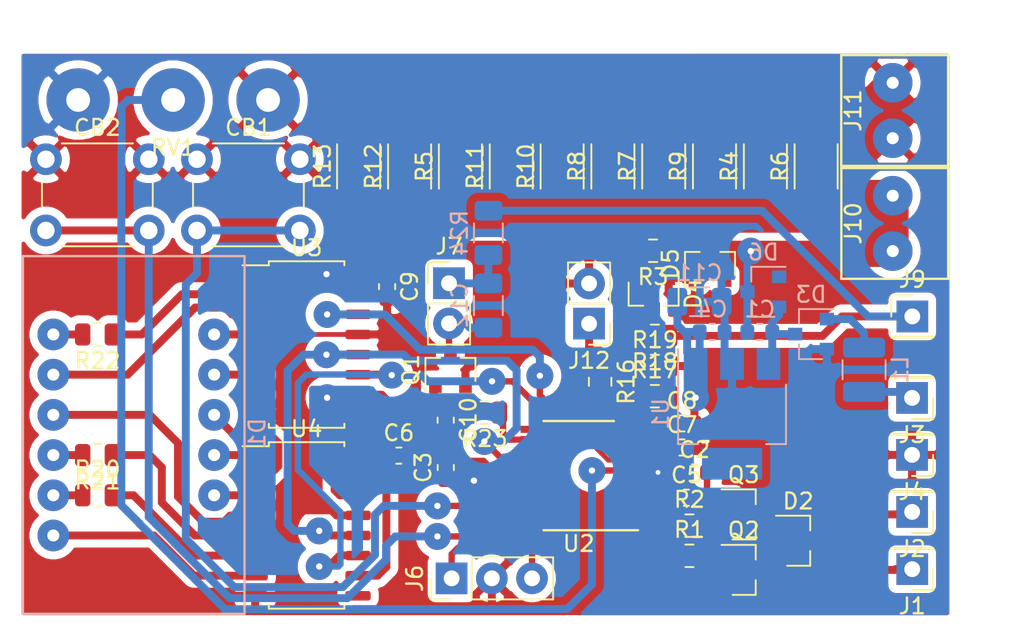
<source format=kicad_pcb>
(kicad_pcb (version 20171130) (host pcbnew 5.1.5-52549c5~84~ubuntu18.04.1)
  (layers (0 F.Cu signal) (31 B.Cu signal) (34 B.Paste user) (35 F.Paste user) (36 B.SilkS user) (37 F.SilkS user) (38 B.Mask user) (39 F.Mask user) (44 Edge.Cuts user))
  (net 0 "")
  (net 1 GND)
  (net 2 +28V)
  (net 3 +3V3)
  (net 4 "Net-(C5-Pad1)")
  (net 5 "Net-(D1-Pad12)")
  (net 6 "Net-(D1-Pad8)")
  (net 7 "Net-(D1-Pad9)")
  (net 8 +VDC)
  (net 9 "Net-(R1-Pad1)")
  (net 10 "Net-(R2-Pad1)")
  (net 11 "Net-(U3-Pad9)")
  (net 12 /Sheet5D41F71D/B)
  (net 13 /Sheet5D41F71D/F)
  (net 14 /Sheet5D41F71D/A)
  (net 15 /Sheet5D41F71D/E)
  (net 16 /Sheet5D41F71D/D)
  (net 17 /Sheet5D41F71D/DP)
  (net 18 /Sheet5D41F71D/C)
  (net 19 /Sheet5D41F71D/G)
  (net 20 "Net-(D4-Pad3)")
  (net 21 "Net-(D5-Pad3)")
  (net 22 "Net-(C7-Pad1)")
  (net 23 "Net-(C8-Pad1)")
  (net 24 "Net-(R23-Pad1)")
  (net 25 /Sheet5D41F71D/D3)
  (net 26 /Sheet5D41F71D/D2)
  (net 27 /Sheet5D41F71D/D1)
  (net 28 "Net-(C10-Pad1)")
  (net 29 /SWDIO)
  (net 30 /SWCLK)
  (net 31 "Net-(J12-Pad1)")
  (net 32 "Net-(R16-Pad2)")
  (net 33 "Net-(C1-Pad1)")
  (net 34 "Net-(D2-Pad2)")
  (net 35 "Net-(Q2-Pad1)")
  (net 36 "Net-(Q3-Pad1)")
  (net 37 "Net-(D2-Pad1)")
  (net 38 "Net-(D3-Pad1)")
  (net 39 "Net-(C12-Pad1)")
  (net 40 "Net-(C12-Pad2)")
  (net 41 mode_but)
  (net 42 sel_but)
  (net 43 pot)
  (net 44 ST_CP)
  (net 45 MOSI)
  (net 46 SCK)
  (module Resistor_SMD:R_1206_3216Metric (layer B.Cu) (at 81.72196 44.96308 270)
    (fp_text reference R24 (at 0 1.82 90) (layer B.SilkS) (effects (justify mirror)))
    (fp_text value 63)
    (pad 1 smd roundrect (at -1.4 0 270) (size 1.25 1.75) (layers B.Cu B.Paste B.Mask) (roundrect_rratio 0.2) (net 8 +VDC))
    (pad 2 smd roundrect (at 1.4 0 270) (size 1.25 1.75) (layers B.Cu B.Paste B.Mask) (roundrect_rratio 0.2) (net 39 "Net-(C12-Pad1)"))
  )
  (module Connector_PinHeader_2.54mm:PinHeader_1x01_P2.54mm_Vertical (layer F.Cu) (at 108.48848 55.38724 180)
    (fp_text reference J3 (at 0 -2.33) (layer F.SilkS))
    (fp_text value Vsb)
    (pad 1 thru_hole rect (at 0 0 180) (size 2 2) (drill 1) (layers *.Cu *.Mask) (net 2 +28V))
  )
  (module Package_TO_SOT_SMD:SOT-23 (layer B.Cu) (at 102.10546 51.35626 180)
    (fp_text reference D3 (at 0 2.5) (layer B.SilkS) (effects (justify mirror)))
    (fp_text value D_x2_KCom_AAK)
    (pad 1 smd rect (at -1 0.95 180) (size 0.9 0.8) (layers B.Cu B.Paste B.Mask) (net 38 "Net-(D3-Pad1)"))
    (pad 2 smd rect (at -1 -0.95 180) (size 0.9 0.8) (layers B.Cu B.Paste B.Mask) (net 3 +3V3))
    (pad 3 smd rect (at 1 0 180) (size 0.9 0.8) (layers B.Cu B.Paste B.Mask) (net 33 "Net-(C1-Pad1)"))
  )
  (module Capacitor_SMD:C_0603_1608Metric (layer F.Cu) (at 79.02448 56.7944 270)
    (fp_text reference C10 (at 0 -1.43 90) (layer F.SilkS))
    (fp_text value 0.1)
    (pad 2 smd roundrect (at 0.7875 0 270) (size 0.875 0.95) (layers F.Cu F.Paste F.Mask) (net 1 GND))
    (pad 1 smd roundrect (at -0.7875 0 270) (size 0.875 0.95) (layers F.Cu F.Paste F.Mask) (net 28 "Net-(C10-Pad1)"))
  )
  (module Connector_PinHeader_2.54mm:PinHeader_1x02_P2.54mm_Vertical (layer F.Cu) (at 88.08212 50.6984 180)
    (fp_text reference J12 (at 0 -2.33) (layer F.SilkS))
    (fp_text value "spare port")
    (pad 2 thru_hole oval (at 0 2.54 180) (size 2 2) (drill 1) (layers *.Cu *.Mask) (net 1 GND))
    (pad 1 thru_hole rect (at 0 0 180) (size 2 2) (drill 1) (layers *.Cu *.Mask) (net 31 "Net-(J12-Pad1)"))
  )
  (module Resistor_SMD:R_0805_2012Metric (layer F.Cu) (at 88.78316 54.36616 270)
    (fp_text reference R16 (at 0 -1.65 90) (layer F.SilkS))
    (fp_text value 1.5k)
    (pad 2 smd roundrect (at 0.9375 0 270) (size 0.975 1.4) (layers F.Cu F.Paste F.Mask) (net 32 "Net-(R16-Pad2)"))
    (pad 1 smd roundrect (at -0.9375 0 270) (size 0.975 1.4) (layers F.Cu F.Paste F.Mask) (net 31 "Net-(J12-Pad1)"))
  )
  (module Connector_PinHeader_2.54mm:PinHeader_1x03_P2.54mm_Vertical (layer F.Cu) (at 79.4004 66.78676 90)
    (fp_text reference J6 (at 0 -2.33 270) (layer F.SilkS))
    (fp_text value firmware)
    (pad 1 thru_hole rect (at 0 0 90) (size 2 2) (drill 1) (layers *.Cu *.Mask) (net 29 /SWDIO))
    (pad 2 thru_hole circle (at 0 2.54 90) (size 2 2) (drill 1) (layers *.Cu *.Mask) (net 1 GND))
    (pad 3 thru_hole circle (at 0 5.08 90) (size 2 2) (drill 1) (layers *.Cu *.Mask) (net 30 /SWCLK))
  )
  (module Connector_PinHeader_2.54mm:PinHeader_1x02_P2.54mm_Vertical (layer F.Cu) (at 79.23276 48.14316)
    (fp_text reference J7 (at 0 -2.33 180) (layer F.SilkS))
    (fp_text value "cooling fan")
    (pad 1 thru_hole rect (at 0 0) (size 2 2) (drill 1) (layers *.Cu *.Mask) (net 39 "Net-(C12-Pad1)"))
    (pad 2 thru_hole circle (at 0 2.54) (size 2 2) (drill 1) (layers *.Cu *.Mask) (net 40 "Net-(C12-Pad2)"))
  )
  (module Connector_PinHeader_2.54mm:PinHeader_1x01_P2.54mm_Vertical (layer F.Cu) (at 108.49864 66.20764 180)
    (fp_text reference J1 (at 0 -2.33) (layer F.SilkS))
    (fp_text value OUT1)
    (pad 1 thru_hole rect (at 0 0 180) (size 2 2) (drill 1) (layers *.Cu *.Mask) (net 34 "Net-(D2-Pad2)"))
  )
  (module escor:FYT-3631_minimal (layer B.Cu) (at 59.31458 57.7299 270)
    (fp_text reference D1 (at -0.1 -7.8 90) (layer B.SilkS) (effects (justify mirror)))
    (fp_text value LED_3digit)
    (pad 9 thru_hole circle (at 1.27 5.08 270) (size 2 2) (drill 0.762) (layers *.Cu *.Mask) (net 7 "Net-(D1-Pad9)"))
    (pad 8 thru_hole circle (at 3.81 5.08 270) (size 2 2) (drill 0.762) (layers *.Cu *.Mask) (net 6 "Net-(D1-Pad8)"))
    (pad 7 thru_hole circle (at 6.35 5.08 270) (size 2 2) (drill 0.762) (layers *.Cu *.Mask) (net 12 /Sheet5D41F71D/B))
    (pad 10 thru_hole circle (at -1.27 5.08 270) (size 2 2) (drill 0.762) (layers *.Cu *.Mask) (net 13 /Sheet5D41F71D/F))
    (pad 11 thru_hole circle (at -3.81 5.08 270) (size 2 2) (drill 0.762) (layers *.Cu *.Mask) (net 14 /Sheet5D41F71D/A))
    (pad 12 thru_hole circle (at -6.35 5.08 270) (size 2 2) (drill 0.762) (layers *.Cu *.Mask) (net 5 "Net-(D1-Pad12)"))
    (pad 1 thru_hole circle (at -6.35 -5.08 270) (size 2 2) (drill 0.762) (layers *.Cu *.Mask) (net 15 /Sheet5D41F71D/E))
    (pad 2 thru_hole circle (at -3.81 -5.08 270) (size 2 2) (drill 0.762) (layers *.Cu *.Mask) (net 16 /Sheet5D41F71D/D))
    (pad 3 thru_hole circle (at -1.27 -5.08 270) (size 2 2) (drill 0.762) (layers *.Cu *.Mask) (net 17 /Sheet5D41F71D/DP))
    (pad 4 thru_hole circle (at 1.27 -5.08 270) (size 2 2) (drill 0.762) (layers *.Cu *.Mask) (net 18 /Sheet5D41F71D/C))
    (pad 5 thru_hole circle (at 3.81 -5.08 270) (size 2 2) (drill 0.762) (layers *.Cu *.Mask) (net 19 /Sheet5D41F71D/G))
  )
  (module Package_TO_SOT_SMD:SOT-23 (layer F.Cu) (at 95.72244 46.92396 90)
    (fp_text reference D5 (at 0 -2.5 90) (layer F.SilkS))
    (fp_text value D_Zener_SOT23)
    (pad 3 smd rect (at 1 0 90) (size 0.9 0.8) (layers F.Cu F.Paste F.Mask) (net 21 "Net-(D5-Pad3)"))
    (pad 2 smd rect (at -1 0.95 90) (size 0.9 0.8) (layers F.Cu F.Paste F.Mask))
    (pad 1 smd rect (at -1 -0.95 90) (size 0.9 0.8) (layers F.Cu F.Paste F.Mask) (net 1 GND))
  )
  (module Package_TO_SOT_SMD:SOT-23 (layer F.Cu) (at 79.3242 53.6194 90)
    (fp_text reference Q1 (at 0 -2.5 90) (layer F.SilkS))
    (fp_text value BCR512)
    (pad 3 smd rect (at 1 0 90) (size 0.9 0.8) (layers F.Cu F.Paste F.Mask) (net 40 "Net-(C12-Pad2)"))
    (pad 2 smd rect (at -1 0.95 90) (size 0.9 0.8) (layers F.Cu F.Paste F.Mask) (net 1 GND))
    (pad 1 smd rect (at -1 -0.95 90) (size 0.9 0.8) (layers F.Cu F.Paste F.Mask) (net 28 "Net-(C10-Pad1)"))
  )
  (module Capacitor_SMD:C_0603_1608Metric (layer F.Cu) (at 79.02956 59.78906 90)
    (fp_text reference C3 (at 0 -1.43 90) (layer F.SilkS))
    (fp_text value 100nF)
    (pad 2 smd roundrect (at 0.7875 0 90) (size 0.875 0.95) (layers F.Cu F.Paste F.Mask) (net 1 GND))
    (pad 1 smd roundrect (at -0.7875 0 90) (size 0.875 0.95) (layers F.Cu F.Paste F.Mask) (net 3 +3V3))
  )
  (module escor:KF350x2 (layer F.Cu) (at 107.26928 44.36364 270)
    (fp_text reference J10 (at 0 2.5 90) (layer F.SilkS))
    (fp_text value "output GND")
    (pad 2 thru_hole circle (at 1.75 0 270) (size 2.5 2.5) (drill 0.762) (layers *.Cu *.Mask) (net 21 "Net-(D5-Pad3)"))
    (pad 1 thru_hole circle (at -1.75 0 270) (size 2.5 2.5) (drill 0.762) (layers *.Cu *.Mask) (net 21 "Net-(D5-Pad3)"))
  )
  (module Package_SO:TSSOP-20_4.4x6.5mm_P0.65mm (layer F.Cu) (at 87.42856 60.29806 180)
    (fp_text reference U2 (at 0 -4.3) (layer F.SilkS))
    (fp_text value STM32F030F4Px)
    (pad 20 smd rect (at 2.95 -2.925 180) (size 1.45 0.45) (layers F.Cu F.Paste F.Mask) (net 30 /SWCLK))
    (pad 19 smd rect (at 2.95 -2.275 180) (size 1.45 0.45) (layers F.Cu F.Paste F.Mask) (net 29 /SWDIO))
    (pad 18 smd rect (at 2.95 -1.625 180) (size 1.45 0.45) (layers F.Cu F.Paste F.Mask) (net 42 sel_but))
    (pad 17 smd rect (at 2.95 -0.975 180) (size 1.45 0.45) (layers F.Cu F.Paste F.Mask) (net 41 mode_but))
    (pad 16 smd rect (at 2.95 -0.325 180) (size 1.45 0.45) (layers F.Cu F.Paste F.Mask) (net 3 +3V3))
    (pad 15 smd rect (at 2.95 0.325 180) (size 1.45 0.45) (layers F.Cu F.Paste F.Mask) (net 1 GND))
    (pad 14 smd rect (at 2.95 0.975 180) (size 1.45 0.45) (layers F.Cu F.Paste F.Mask) (net 44 ST_CP))
    (pad 13 smd rect (at 2.95 1.625 180) (size 1.45 0.45) (layers F.Cu F.Paste F.Mask) (net 45 MOSI))
    (pad 12 smd rect (at 2.95 2.275 180) (size 1.45 0.45) (layers F.Cu F.Paste F.Mask) (net 24 "Net-(R23-Pad1)"))
    (pad 11 smd rect (at 2.95 2.925 180) (size 1.45 0.45) (layers F.Cu F.Paste F.Mask) (net 46 SCK))
    (pad 10 smd rect (at -2.95 2.925 180) (size 1.45 0.45) (layers F.Cu F.Paste F.Mask))
    (pad 9 smd rect (at -2.95 2.275 180) (size 1.45 0.45) (layers F.Cu F.Paste F.Mask) (net 23 "Net-(C8-Pad1)"))
    (pad 8 smd rect (at -2.95 1.625 180) (size 1.45 0.45) (layers F.Cu F.Paste F.Mask) (net 22 "Net-(C7-Pad1)"))
    (pad 7 smd rect (at -2.95 0.975 180) (size 1.45 0.45) (layers F.Cu F.Paste F.Mask) (net 32 "Net-(R16-Pad2)"))
    (pad 6 smd rect (at -2.95 0.325 180) (size 1.45 0.45) (layers F.Cu F.Paste F.Mask) (net 43 pot))
    (pad 5 smd rect (at -2.95 -0.325 180) (size 1.45 0.45) (layers F.Cu F.Paste F.Mask) (net 3 +3V3))
    (pad 4 smd rect (at -2.95 -0.975 180) (size 1.45 0.45) (layers F.Cu F.Paste F.Mask) (net 4 "Net-(C5-Pad1)"))
    (pad 3 smd rect (at -2.95 -1.625 180) (size 1.45 0.45) (layers F.Cu F.Paste F.Mask) (net 10 "Net-(R2-Pad1)"))
    (pad 2 smd rect (at -2.95 -2.275 180) (size 1.45 0.45) (layers F.Cu F.Paste F.Mask) (net 9 "Net-(R1-Pad1)"))
    (pad 1 smd rect (at -2.95 -2.925 180) (size 1.45 0.45) (layers F.Cu F.Paste F.Mask) (net 1 GND))
  )
  (module Capacitor_SMD:C_0603_1608Metric (layer F.Cu) (at 94.74708 60.0964)
    (fp_text reference C2 (at 0 -1.43) (layer F.SilkS))
    (fp_text value 0.1)
    (pad 2 smd roundrect (at 0.7875 0) (size 0.875 0.95) (layers F.Cu F.Paste F.Mask) (net 1 GND))
    (pad 1 smd roundrect (at -0.7875 0) (size 0.875 0.95) (layers F.Cu F.Paste F.Mask) (net 3 +3V3))
  )
  (module Connector_PinHeader_2.54mm:PinHeader_1x01_P2.54mm_Vertical (layer F.Cu) (at 108.48848 58.98896 180)
    (fp_text reference J4 (at 0 -2.33) (layer F.SilkS))
    (fp_text value GND)
    (pad 1 thru_hole rect (at 0 0 180) (size 2 2) (drill 1) (layers *.Cu *.Mask) (net 1 GND))
  )
  (module Capacitor_SMD:C_0603_1608Metric (layer F.Cu) (at 75.32116 48.35652 270)
    (fp_text reference C9 (at 0 -1.43 90) (layer F.SilkS))
    (fp_text value 100nF)
    (pad 2 smd roundrect (at 0.7875 0 270) (size 0.875 0.95) (layers F.Cu F.Paste F.Mask) (net 1 GND))
    (pad 1 smd roundrect (at -0.7875 0 270) (size 0.875 0.95) (layers F.Cu F.Paste F.Mask) (net 3 +3V3))
  )
  (module Capacitor_SMD:C_0603_1608Metric (layer F.Cu) (at 76.06284 59.03468)
    (fp_text reference C6 (at 0 -1.43) (layer F.SilkS))
    (fp_text value 100nF)
    (pad 2 smd roundrect (at 0.7875 0) (size 0.875 0.95) (layers F.Cu F.Paste F.Mask) (net 1 GND))
    (pad 1 smd roundrect (at -0.7875 0) (size 0.875 0.95) (layers F.Cu F.Paste F.Mask) (net 3 +3V3))
  )
  (module Resistor_SMD:R_0805_2012Metric (layer F.Cu) (at 57.02858 58.9999 180)
    (fp_text reference R21 (at 0 -1.65) (layer F.SilkS))
    (fp_text value 200)
    (pad 2 smd roundrect (at 0.9375 0 180) (size 0.975 1.4) (layers F.Cu F.Paste F.Mask) (net 7 "Net-(D1-Pad9)"))
    (pad 1 smd roundrect (at -0.9375 0 180) (size 0.975 1.4) (layers F.Cu F.Paste F.Mask) (net 26 /Sheet5D41F71D/D2))
  )
  (module Package_SO:SOP-16_4.55x10.3mm_P1.27mm (layer F.Cu) (at 70.23658 52.0149)
    (fp_text reference U3 (at 0 -6.1) (layer F.SilkS))
    (fp_text value 74HC595)
    (pad 16 smd roundrect (at 3.25 -4.445) (size 1.6 0.6) (layers F.Cu F.Paste F.Mask) (net 3 +3V3))
    (pad 15 smd roundrect (at 3.25 -3.175) (size 1.6 0.6) (layers F.Cu F.Paste F.Mask))
    (pad 14 smd roundrect (at 3.25 -1.905) (size 1.6 0.6) (layers F.Cu F.Paste F.Mask) (net 45 MOSI))
    (pad 13 smd roundrect (at 3.25 -0.635) (size 1.6 0.6) (layers F.Cu F.Paste F.Mask) (net 1 GND))
    (pad 12 smd roundrect (at 3.25 0.635) (size 1.6 0.6) (layers F.Cu F.Paste F.Mask) (net 44 ST_CP))
    (pad 11 smd roundrect (at 3.25 1.905) (size 1.6 0.6) (layers F.Cu F.Paste F.Mask) (net 46 SCK))
    (pad 10 smd roundrect (at 3.25 3.175) (size 1.6 0.6) (layers F.Cu F.Paste F.Mask) (net 3 +3V3))
    (pad 9 smd roundrect (at 3.25 4.445) (size 1.6 0.6) (layers F.Cu F.Paste F.Mask) (net 11 "Net-(U3-Pad9)"))
    (pad 8 smd roundrect (at -3.25 4.445) (size 1.6 0.6) (layers F.Cu F.Paste F.Mask) (net 1 GND))
    (pad 7 smd roundrect (at -3.25 3.175) (size 1.6 0.6) (layers F.Cu F.Paste F.Mask))
    (pad 6 smd roundrect (at -3.25 1.905) (size 1.6 0.6) (layers F.Cu F.Paste F.Mask) (net 16 /Sheet5D41F71D/D))
    (pad 5 smd roundrect (at -3.25 0.635) (size 1.6 0.6) (layers F.Cu F.Paste F.Mask))
    (pad 4 smd roundrect (at -3.25 -0.635) (size 1.6 0.6) (layers F.Cu F.Paste F.Mask) (net 15 /Sheet5D41F71D/E))
    (pad 3 smd roundrect (at -3.25 -1.905) (size 1.6 0.6) (layers F.Cu F.Paste F.Mask) (net 14 /Sheet5D41F71D/A))
    (pad 2 smd roundrect (at -3.25 -3.175) (size 1.6 0.6) (layers F.Cu F.Paste F.Mask) (net 27 /Sheet5D41F71D/D1))
    (pad 1 smd roundrect (at -3.25 -4.445) (size 1.6 0.6) (layers F.Cu F.Paste F.Mask))
  )
  (module Package_SO:SOP-16_4.55x10.3mm_P1.27mm (layer F.Cu) (at 70.23658 63.4449)
    (fp_text reference U4 (at 0 -6.1) (layer F.SilkS))
    (fp_text value 74HC595)
    (pad 16 smd roundrect (at 3.25 -4.445) (size 1.6 0.6) (layers F.Cu F.Paste F.Mask) (net 3 +3V3))
    (pad 15 smd roundrect (at 3.25 -3.175) (size 1.6 0.6) (layers F.Cu F.Paste F.Mask))
    (pad 14 smd roundrect (at 3.25 -1.905) (size 1.6 0.6) (layers F.Cu F.Paste F.Mask) (net 11 "Net-(U3-Pad9)"))
    (pad 13 smd roundrect (at 3.25 -0.635) (size 1.6 0.6) (layers F.Cu F.Paste F.Mask) (net 1 GND))
    (pad 12 smd roundrect (at 3.25 0.635) (size 1.6 0.6) (layers F.Cu F.Paste F.Mask) (net 44 ST_CP))
    (pad 11 smd roundrect (at 3.25 1.905) (size 1.6 0.6) (layers F.Cu F.Paste F.Mask) (net 46 SCK))
    (pad 10 smd roundrect (at 3.25 3.175) (size 1.6 0.6) (layers F.Cu F.Paste F.Mask) (net 3 +3V3))
    (pad 9 smd roundrect (at 3.25 4.445) (size 1.6 0.6) (layers F.Cu F.Paste F.Mask))
    (pad 8 smd roundrect (at -3.25 4.445) (size 1.6 0.6) (layers F.Cu F.Paste F.Mask) (net 1 GND))
    (pad 7 smd roundrect (at -3.25 3.175) (size 1.6 0.6) (layers F.Cu F.Paste F.Mask) (net 12 /Sheet5D41F71D/B))
    (pad 6 smd roundrect (at -3.25 1.905) (size 1.6 0.6) (layers F.Cu F.Paste F.Mask) (net 25 /Sheet5D41F71D/D3))
    (pad 5 smd roundrect (at -3.25 0.635) (size 1.6 0.6) (layers F.Cu F.Paste F.Mask) (net 26 /Sheet5D41F71D/D2))
    (pad 4 smd roundrect (at -3.25 -0.635) (size 1.6 0.6) (layers F.Cu F.Paste F.Mask) (net 13 /Sheet5D41F71D/F))
    (pad 3 smd roundrect (at -3.25 -1.905) (size 1.6 0.6) (layers F.Cu F.Paste F.Mask) (net 19 /Sheet5D41F71D/G))
    (pad 2 smd roundrect (at -3.25 -3.175) (size 1.6 0.6) (layers F.Cu F.Paste F.Mask) (net 17 /Sheet5D41F71D/DP))
    (pad 1 smd roundrect (at -3.25 -4.445) (size 1.6 0.6) (layers F.Cu F.Paste F.Mask) (net 18 /Sheet5D41F71D/C))
  )
  (module Resistor_SMD:R_0805_2012Metric (layer F.Cu) (at 57.02858 61.5399)
    (fp_text reference R20 (at 0 -1.65) (layer F.SilkS))
    (fp_text value 200)
    (pad 2 smd roundrect (at 0.9375 0) (size 0.975 1.4) (layers F.Cu F.Paste F.Mask) (net 25 /Sheet5D41F71D/D3))
    (pad 1 smd roundrect (at -0.9375 0) (size 0.975 1.4) (layers F.Cu F.Paste F.Mask) (net 6 "Net-(D1-Pad8)"))
  )
  (module Resistor_SMD:R_0805_2012Metric (layer F.Cu) (at 57.02858 51.3799 180)
    (fp_text reference R22 (at 0 -1.65) (layer F.SilkS))
    (fp_text value 200)
    (pad 2 smd roundrect (at 0.9375 0 180) (size 0.975 1.4) (layers F.Cu F.Paste F.Mask) (net 5 "Net-(D1-Pad12)"))
    (pad 1 smd roundrect (at -0.9375 0 180) (size 0.975 1.4) (layers F.Cu F.Paste F.Mask) (net 27 /Sheet5D41F71D/D1))
  )
  (module Button_Switch_THT:SW_PUSH_6mm (layer F.Cu) (at 63.31204 40.3098)
    (fp_text reference CB1 (at 3.25 -2) (layer F.SilkS))
    (fp_text value mode)
    (pad 1 thru_hole circle (at 6.5 0 90) (size 2 2) (drill 1.1) (layers *.Cu *.Mask) (net 1 GND))
    (pad 2 thru_hole circle (at 6.5 4.5 90) (size 2 2) (drill 1.1) (layers *.Cu *.Mask) (net 41 mode_but))
    (pad 1 thru_hole circle (at 0 0 90) (size 2 2) (drill 1.1) (layers *.Cu *.Mask) (net 1 GND))
    (pad 2 thru_hole circle (at 0 4.5 90) (size 2 2) (drill 1.1) (layers *.Cu *.Mask) (net 41 mode_but))
  )
  (module Button_Switch_THT:SW_PUSH_6mm (layer F.Cu) (at 53.76672 40.3098)
    (fp_text reference CB2 (at 3.25 -2) (layer F.SilkS))
    (fp_text value select)
    (pad 1 thru_hole circle (at 6.5 0 90) (size 2 2) (drill 1.1) (layers *.Cu *.Mask) (net 1 GND))
    (pad 2 thru_hole circle (at 6.5 4.5 90) (size 2 2) (drill 1.1) (layers *.Cu *.Mask) (net 42 sel_but))
    (pad 1 thru_hole circle (at 0 0 90) (size 2 2) (drill 1.1) (layers *.Cu *.Mask) (net 1 GND))
    (pad 2 thru_hole circle (at 0 4.5 90) (size 2 2) (drill 1.1) (layers *.Cu *.Mask) (net 42 sel_but))
  )
  (module Resistor_SMD:R_0805_2012Metric (layer F.Cu) (at 81.4832 56.31688 180)
    (fp_text reference R23 (at 0 -1.65) (layer F.SilkS))
    (fp_text value 100)
    (pad 2 smd roundrect (at 0.9375 0 180) (size 0.975 1.4) (layers F.Cu F.Paste F.Mask) (net 28 "Net-(C10-Pad1)"))
    (pad 1 smd roundrect (at -0.9375 0 180) (size 0.975 1.4) (layers F.Cu F.Paste F.Mask) (net 24 "Net-(R23-Pad1)"))
  )
  (module Capacitor_SMD:C_0603_1608Metric (layer B.Cu) (at 98.86696 51.21656 180)
    (fp_text reference C1 (at 0 1.43 180) (layer B.SilkS) (effects (justify mirror)))
    (fp_text value 0.1)
    (pad 2 smd roundrect (at 0.7875 0 180) (size 0.875 0.95) (layers B.Cu B.Paste B.Mask) (net 1 GND))
    (pad 1 smd roundrect (at -0.7875 0 180) (size 0.875 0.95) (layers B.Cu B.Paste B.Mask) (net 33 "Net-(C1-Pad1)"))
  )
  (module Capacitor_SMD:C_0603_1608Metric (layer F.Cu) (at 93.95206 56.99506)
    (fp_text reference C8 (at 0 -1.43) (layer F.SilkS))
    (fp_text value 10n)
    (pad 2 smd roundrect (at 0.7875 0) (size 0.875 0.95) (layers F.Cu F.Paste F.Mask) (net 1 GND))
    (pad 1 smd roundrect (at -0.7875 0) (size 0.875 0.95) (layers F.Cu F.Paste F.Mask) (net 23 "Net-(C8-Pad1)"))
  )
  (module Capacitor_SMD:C_0603_1608Metric (layer F.Cu) (at 93.95206 58.51906)
    (fp_text reference C7 (at 0 -1.43) (layer F.SilkS))
    (fp_text value 10n)
    (pad 2 smd roundrect (at 0.7875 0) (size 0.875 0.95) (layers F.Cu F.Paste F.Mask) (net 1 GND))
    (pad 1 smd roundrect (at -0.7875 0) (size 0.875 0.95) (layers F.Cu F.Paste F.Mask) (net 22 "Net-(C7-Pad1)"))
  )
  (module Connector_PinHeader_2.54mm:PinHeader_1x01_P2.54mm_Vertical (layer F.Cu) (at 108.49356 62.59068 180)
    (fp_text reference J2 (at 0 -2.33) (layer F.SilkS))
    (fp_text value OUT2)
    (pad 1 thru_hole rect (at 0 0 180) (size 2 2) (drill 1) (layers *.Cu *.Mask) (net 37 "Net-(D2-Pad1)"))
  )
  (module escor:KF350x2 (layer F.Cu) (at 107.2642 37.23132 270)
    (fp_text reference J11 (at 0 2.5 90) (layer F.SilkS))
    (fp_text value "power supply GND")
    (pad 2 thru_hole circle (at 1.75 0 270) (size 2.5 2.5) (drill 0.762) (layers *.Cu *.Mask) (net 1 GND))
    (pad 1 thru_hole circle (at -1.75 0 270) (size 2.5 2.5) (drill 0.762) (layers *.Cu *.Mask) (net 1 GND))
  )
  (module Resistor_SMD:R_0805_2012Metric (layer F.Cu) (at 92.23756 53.37556)
    (fp_text reference R19 (at 0 -1.65) (layer F.SilkS))
    (fp_text value 510)
    (pad 2 smd roundrect (at 0.9375 0) (size 0.975 1.4) (layers F.Cu F.Paste F.Mask) (net 1 GND))
    (pad 1 smd roundrect (at -0.9375 0) (size 0.975 1.4) (layers F.Cu F.Paste F.Mask) (net 20 "Net-(D4-Pad3)"))
  )
  (module Package_TO_SOT_SMD:SOT-23 (layer F.Cu) (at 92.16136 48.80356 270)
    (fp_text reference D4 (at 0 -2.5 90) (layer F.SilkS))
    (fp_text value D_Zener_SOT23)
    (pad 1 smd rect (at -1 -0.95 270) (size 0.9 0.8) (layers F.Cu F.Paste F.Mask) (net 1 GND))
    (pad 2 smd rect (at -1 0.95 270) (size 0.9 0.8) (layers F.Cu F.Paste F.Mask))
    (pad 3 smd rect (at 1 0 270) (size 0.9 0.8) (layers F.Cu F.Paste F.Mask) (net 20 "Net-(D4-Pad3)"))
  )
  (module Connector_PinHeader_2.54mm:PinHeader_1x01_P2.54mm_Vertical (layer F.Cu) (at 108.50372 50.2412)
    (fp_text reference J9 (at 0 -2.33) (layer F.SilkS))
    (fp_text value "power supply Vout")
    (pad 1 thru_hole rect (at 0 0) (size 2 2) (drill 1) (layers *.Cu *.Mask) (net 8 +VDC))
  )
  (module Resistor_SMD:R_0805_2012Metric (layer F.Cu) (at 94.42196 65.36436)
    (fp_text reference R1 (at 0 -1.65) (layer F.SilkS))
    (fp_text value 100)
    (pad 2 smd roundrect (at 0.9375 0) (size 0.975 1.4) (layers F.Cu F.Paste F.Mask) (net 35 "Net-(Q2-Pad1)"))
    (pad 1 smd roundrect (at -0.9375 0) (size 0.975 1.4) (layers F.Cu F.Paste F.Mask) (net 9 "Net-(R1-Pad1)"))
  )
  (module Resistor_SMD:R_0805_2012Metric (layer F.Cu) (at 94.42196 63.45936)
    (fp_text reference R2 (at 0 -1.65) (layer F.SilkS))
    (fp_text value 100)
    (pad 2 smd roundrect (at 0.9375 0) (size 0.975 1.4) (layers F.Cu F.Paste F.Mask) (net 36 "Net-(Q3-Pad1)"))
    (pad 1 smd roundrect (at -0.9375 0) (size 0.975 1.4) (layers F.Cu F.Paste F.Mask) (net 10 "Net-(R2-Pad1)"))
  )
  (module Capacitor_SMD:C_0603_1608Metric (layer B.Cu) (at 95.85706 51.21656 180)
    (fp_text reference C4 (at 0 1.43 180) (layer B.SilkS) (effects (justify mirror)))
    (fp_text value 100nF)
    (pad 2 smd roundrect (at 0.7875 0 180) (size 0.875 0.95) (layers B.Cu B.Paste B.Mask) (net 1 GND))
    (pad 1 smd roundrect (at -0.7875 0 180) (size 0.875 0.95) (layers B.Cu B.Paste B.Mask) (net 3 +3V3))
  )
  (module Capacitor_SMD:C_0603_1608Metric (layer F.Cu) (at 94.23146 61.69406)
    (fp_text reference C5 (at 0 -1.43) (layer F.SilkS))
    (fp_text value 0.1)
    (pad 2 smd roundrect (at 0.7875 0) (size 0.875 0.95) (layers F.Cu F.Paste F.Mask) (net 1 GND))
    (pad 1 smd roundrect (at -0.7875 0) (size 0.875 0.95) (layers F.Cu F.Paste F.Mask) (net 4 "Net-(C5-Pad1)"))
  )
  (module Package_TO_SOT_SMD:SOT-223 (layer B.Cu) (at 97.11436 56.39816 270)
    (fp_text reference U1 (at 0 4.5 270) (layer B.SilkS) (effects (justify mirror)))
    (fp_text value AP1117-33)
    (pad 1 smd rect (at -3.15 2.3 270) (size 2 1.5) (layers B.Cu B.Paste B.Mask) (net 1 GND))
    (pad 3 smd rect (at -3.15 -2.3 270) (size 2 1.5) (layers B.Cu B.Paste B.Mask) (net 33 "Net-(C1-Pad1)"))
    (pad 2 smd rect (at -3.15 0 270) (size 2 1.5) (layers B.Cu B.Paste B.Mask) (net 3 +3V3))
    (pad 4 smd rect (at 3.15 0 270) (size 2 3.8) (layers B.Cu B.Paste B.Mask))
  )
  (module escor:СП3-4 (layer F.Cu) (at 61.80328 36.56584)
    (fp_text reference RV1 (at 0 3) (layer F.SilkS))
    (fp_text value POT)
    (pad 3 thru_hole circle (at -6 0) (size 4 4) (drill 1.5) (layers *.Cu *.Mask) (net 3 +3V3))
    (pad 2 thru_hole circle (at 0 0) (size 4 4) (drill 1.5) (layers *.Cu *.Mask) (net 43 pot))
    (pad 1 thru_hole circle (at 6 0) (size 4 4) (drill 1.5) (layers *.Cu *.Mask) (net 1 GND))
  )
  (module Resistor_SMD:R_0805_2012Metric (layer F.Cu) (at 92.23756 51.47056 180)
    (fp_text reference R18 (at 0 -1.65) (layer F.SilkS))
    (fp_text value 4.7k)
    (pad 2 smd roundrect (at 0.9375 0 180) (size 0.975 1.4) (layers F.Cu F.Paste F.Mask) (net 20 "Net-(D4-Pad3)"))
    (pad 1 smd roundrect (at -0.9375 0 180) (size 0.975 1.4) (layers F.Cu F.Paste F.Mask) (net 8 +VDC))
  )
  (module Resistor_SMD:R_0805_2012Metric (layer F.Cu) (at 92.23756 55.28056)
    (fp_text reference R17 (at 0 -1.65) (layer F.SilkS))
    (fp_text value 1k)
    (pad 2 smd roundrect (at 0.9375 0) (size 0.975 1.4) (layers F.Cu F.Paste F.Mask) (net 23 "Net-(C8-Pad1)"))
    (pad 1 smd roundrect (at -0.9375 0) (size 0.975 1.4) (layers F.Cu F.Paste F.Mask) (net 20 "Net-(D4-Pad3)"))
  )
  (module Resistor_SMD:R_2010_5025Metric (layer F.Cu) (at 73.52284 40.76192 90)
    (fp_text reference R13 (at 0 -2.28 90) (layer F.SilkS))
    (fp_text value 0.1R)
    (pad 2 smd roundrect (at 2.25 0 90) (size 1.35 2.65) (layers F.Cu F.Paste F.Mask) (roundrect_rratio 0.185185) (net 1 GND))
    (pad 1 smd roundrect (at -2.25 0 90) (size 1.35 2.65) (layers F.Cu F.Paste F.Mask) (roundrect_rratio 0.185185) (net 21 "Net-(D5-Pad3)"))
  )
  (module Resistor_SMD:R_2010_5025Metric (layer F.Cu) (at 76.74356 40.767 90)
    (fp_text reference R12 (at 0 -2.28 90) (layer F.SilkS))
    (fp_text value 0.1R)
    (pad 2 smd roundrect (at 2.25 0 90) (size 1.35 2.65) (layers F.Cu F.Paste F.Mask) (roundrect_rratio 0.185185) (net 1 GND))
    (pad 1 smd roundrect (at -2.25 0 90) (size 1.35 2.65) (layers F.Cu F.Paste F.Mask) (roundrect_rratio 0.185185) (net 21 "Net-(D5-Pad3)"))
  )
  (module Resistor_SMD:R_2010_5025Metric (layer F.Cu) (at 83.16976 40.767 90)
    (fp_text reference R11 (at 0 -2.28 90) (layer F.SilkS))
    (fp_text value 0.1R)
    (pad 2 smd roundrect (at 2.25 0 90) (size 1.35 2.65) (layers F.Cu F.Paste F.Mask) (roundrect_rratio 0.185185) (net 1 GND))
    (pad 1 smd roundrect (at -2.25 0 90) (size 1.35 2.65) (layers F.Cu F.Paste F.Mask) (roundrect_rratio 0.185185) (net 21 "Net-(D5-Pad3)"))
  )
  (module Resistor_SMD:R_2010_5025Metric (layer F.Cu) (at 86.38032 40.767 90)
    (fp_text reference R10 (at 0 -2.28 90) (layer F.SilkS))
    (fp_text value 0.1R)
    (pad 2 smd roundrect (at 2.25 0 90) (size 1.35 2.65) (layers F.Cu F.Paste F.Mask) (roundrect_rratio 0.185185) (net 1 GND))
    (pad 1 smd roundrect (at -2.25 0 90) (size 1.35 2.65) (layers F.Cu F.Paste F.Mask) (roundrect_rratio 0.185185) (net 21 "Net-(D5-Pad3)"))
  )
  (module Resistor_SMD:R_2010_5025Metric (layer F.Cu) (at 96.00692 40.76192 90)
    (fp_text reference R9 (at 0 -2.28 90) (layer F.SilkS))
    (fp_text value 0.1R)
    (pad 2 smd roundrect (at 2.25 0 90) (size 1.35 2.65) (layers F.Cu F.Paste F.Mask) (roundrect_rratio 0.185185) (net 1 GND))
    (pad 1 smd roundrect (at -2.25 0 90) (size 1.35 2.65) (layers F.Cu F.Paste F.Mask) (roundrect_rratio 0.185185) (net 21 "Net-(D5-Pad3)"))
  )
  (module Resistor_SMD:R_2010_5025Metric (layer F.Cu) (at 89.5858 40.76192 90)
    (fp_text reference R8 (at 0 -2.28 90) (layer F.SilkS))
    (fp_text value 0.1R)
    (pad 2 smd roundrect (at 2.25 0 90) (size 1.35 2.65) (layers F.Cu F.Paste F.Mask) (roundrect_rratio 0.185185) (net 1 GND))
    (pad 1 smd roundrect (at -2.25 0 90) (size 1.35 2.65) (layers F.Cu F.Paste F.Mask) (roundrect_rratio 0.185185) (net 21 "Net-(D5-Pad3)"))
  )
  (module Resistor_SMD:R_2010_5025Metric (layer F.Cu) (at 92.79636 40.76192 90)
    (fp_text reference R7 (at 0 -2.28 90) (layer F.SilkS))
    (fp_text value 0.1R)
    (pad 2 smd roundrect (at 2.25 0 90) (size 1.35 2.65) (layers F.Cu F.Paste F.Mask) (roundrect_rratio 0.185185) (net 1 GND))
    (pad 1 smd roundrect (at -2.25 0 90) (size 1.35 2.65) (layers F.Cu F.Paste F.Mask) (roundrect_rratio 0.185185) (net 21 "Net-(D5-Pad3)"))
  )
  (module Resistor_SMD:R_2010_5025Metric (layer F.Cu) (at 102.42804 40.76192 90)
    (fp_text reference R6 (at 0 -2.28 90) (layer F.SilkS))
    (fp_text value 0.1R)
    (pad 2 smd roundrect (at 2.25 0 90) (size 1.35 2.65) (layers F.Cu F.Paste F.Mask) (roundrect_rratio 0.185185) (net 1 GND))
    (pad 1 smd roundrect (at -2.25 0 90) (size 1.35 2.65) (layers F.Cu F.Paste F.Mask) (roundrect_rratio 0.185185) (net 21 "Net-(D5-Pad3)"))
  )
  (module Resistor_SMD:R_2010_5025Metric (layer F.Cu) (at 79.95412 40.767 90)
    (fp_text reference R5 (at 0 -2.28 90) (layer F.SilkS))
    (fp_text value 0.1R)
    (pad 2 smd roundrect (at 2.25 0 90) (size 1.35 2.65) (layers F.Cu F.Paste F.Mask) (roundrect_rratio 0.185185) (net 1 GND))
    (pad 1 smd roundrect (at -2.25 0 90) (size 1.35 2.65) (layers F.Cu F.Paste F.Mask) (roundrect_rratio 0.185185) (net 21 "Net-(D5-Pad3)"))
  )
  (module Resistor_SMD:R_2010_5025Metric (layer F.Cu) (at 99.22256 40.76192 90)
    (fp_text reference R4 (at 0 -2.28 90) (layer F.SilkS))
    (fp_text value 0.1R)
    (pad 2 smd roundrect (at 2.25 0 90) (size 1.35 2.65) (layers F.Cu F.Paste F.Mask) (roundrect_rratio 0.185185) (net 1 GND))
    (pad 1 smd roundrect (at -2.25 0 90) (size 1.35 2.65) (layers F.Cu F.Paste F.Mask) (roundrect_rratio 0.185185) (net 21 "Net-(D5-Pad3)"))
  )
  (module Resistor_SMD:R_0805_2012Metric (layer F.Cu) (at 92.1258 46.09084 180)
    (fp_text reference R3 (at 0 -1.65) (layer F.SilkS))
    (fp_text value 1k)
    (pad 2 smd roundrect (at 0.9375 0 180) (size 0.975 1.4) (layers F.Cu F.Paste F.Mask) (net 22 "Net-(C7-Pad1)"))
    (pad 1 smd roundrect (at -0.9375 0 180) (size 0.975 1.4) (layers F.Cu F.Paste F.Mask) (net 21 "Net-(D5-Pad3)"))
  )
  (module Capacitor_SMD:C_1206_3216Metric (layer B.Cu) (at 95.05696 49.31156 180)
    (fp_text reference C11 (at 0 1.82) (layer B.SilkS) (effects (justify mirror)))
    (fp_text value 10µF)
    (pad 1 smd roundrect (at -1.4 0 180) (size 1.25 1.75) (layers B.Cu B.Paste B.Mask) (roundrect_rratio 0.2) (net 3 +3V3))
    (pad 2 smd roundrect (at 1.4 0 180) (size 1.25 1.75) (layers B.Cu B.Paste B.Mask) (roundrect_rratio 0.2) (net 1 GND))
  )
  (module Diode_SMD:D_SOT-23_NKA (layer B.Cu) (at 99.09048 48.68672 180)
    (fp_text reference D6 (at 0 2.5) (layer B.SilkS) (effects (justify mirror)))
    (fp_text value D_Zener)
    (pad "" smd rect (at -1 0.95 180) (size 0.9 0.8) (layers B.Cu B.Paste B.Mask))
    (pad 1 smd rect (at -1 -0.95 180) (size 0.9 0.8) (layers B.Cu B.Paste B.Mask) (net 33 "Net-(C1-Pad1)"))
    (pad 2 smd rect (at 1 0 180) (size 0.9 0.8) (layers B.Cu B.Paste B.Mask) (net 1 GND))
  )
  (module Package_TO_SOT_SMD:SOT-23 (layer F.Cu) (at 97.85096 66.25336)
    (fp_text reference Q2 (at 0 -2.5) (layer F.SilkS))
    (fp_text value BCR108)
    (pad 1 smd rect (at -1 -0.95) (size 0.9 0.8) (layers F.Cu F.Paste F.Mask) (net 35 "Net-(Q2-Pad1)"))
    (pad 2 smd rect (at -1 0.95) (size 0.9 0.8) (layers F.Cu F.Paste F.Mask) (net 1 GND))
    (pad 3 smd rect (at 1 0) (size 0.9 0.8) (layers F.Cu F.Paste F.Mask) (net 34 "Net-(D2-Pad2)"))
  )
  (module Package_TO_SOT_SMD:SOT-23 (layer F.Cu) (at 97.85096 62.74816)
    (fp_text reference Q3 (at 0 -2.5) (layer F.SilkS))
    (fp_text value BCR108)
    (pad 3 smd rect (at 1 0) (size 0.9 0.8) (layers F.Cu F.Paste F.Mask) (net 37 "Net-(D2-Pad1)"))
    (pad 2 smd rect (at -1 0.95) (size 0.9 0.8) (layers F.Cu F.Paste F.Mask) (net 1 GND))
    (pad 1 smd rect (at -1 -0.95) (size 0.9 0.8) (layers F.Cu F.Paste F.Mask) (net 36 "Net-(Q3-Pad1)"))
  )
  (module Package_TO_SOT_SMD:SOT-23 (layer F.Cu) (at 101.29266 64.41186)
    (fp_text reference D2 (at 0 -2.5) (layer F.SilkS))
    (fp_text value D_x2_ACom_KKA)
    (pad 1 smd rect (at -1 -0.95) (size 0.9 0.8) (layers F.Cu F.Paste F.Mask) (net 37 "Net-(D2-Pad1)"))
    (pad 2 smd rect (at -1 0.95) (size 0.9 0.8) (layers F.Cu F.Paste F.Mask) (net 34 "Net-(D2-Pad2)"))
    (pad 3 smd rect (at 1 0) (size 0.9 0.8) (layers F.Cu F.Paste F.Mask) (net 1 GND))
  )
  (module Capacitor_SMD:C_1206_3216Metric (layer B.Cu) (at 81.72196 49.55286 270)
    (fp_text reference C12 (at 0 1.82 90) (layer B.SilkS) (effects (justify mirror)))
    (fp_text value 10µF)
    (pad 1 smd roundrect (at -1.4 0 270) (size 1.25 1.75) (layers B.Cu B.Paste B.Mask) (roundrect_rratio 0.2) (net 39 "Net-(C12-Pad1)"))
    (pad 2 smd roundrect (at 1.4 0 270) (size 1.25 1.75) (layers B.Cu B.Paste B.Mask) (roundrect_rratio 0.2) (net 40 "Net-(C12-Pad2)"))
  )
  (module Inductor_SMD:L_1210_3225Metric (layer B.Cu) (at 105.45572 53.60924 90)
    (fp_text reference L1 (at 0 2.28 90) (layer B.SilkS) (effects (justify mirror)))
    (fp_text value 47µH)
    (pad 1 smd roundrect (at -1.4 0 90) (size 1.25 2.65) (layers B.Cu B.Paste B.Mask) (roundrect_rratio 0.2) (net 2 +28V))
    (pad 2 smd roundrect (at 1.4 0 90) (size 1.25 2.65) (layers B.Cu B.Paste B.Mask) (roundrect_rratio 0.2) (net 38 "Net-(D3-Pad1)"))
  )
  (segment (start 105.76052 33.8074) (end 107.23372 33.8074) (width 0.3) (layer F.Cu) (net 1))
  (segment (start 107.23372 33.8074) (end 108.34116 33.8074) (width 0.3) (layer F.Cu) (net 1))
  (segment (start 108.86948 40.78224) (end 105.6132 40.78224) (width 0.5) (layer F.Cu) (net 1))
  (via (at 98.298 46.11624) (size 1.7) (drill 0.4) (layers F.Cu B.Cu) (net 1))
  (via (at 94.81566 55.36946) (size 1.7) (drill 0.4) (layers F.Cu B.Cu) (net 1))
  (segment (start 69.24358 67.9129) (end 69.22058 67.8899) (width 0.5) (layer F.Cu) (net 1))
  (segment (start 69.22058 67.8899) (end 66.98658 67.8899) (width 0.5) (layer F.Cu) (net 1))
  (segment (start 66.98658 56.4599) (end 68.58558 56.4599) (width 0.5) (layer F.Cu) (net 1))
  (segment (start 68.58558 56.4599) (end 68.83958 56.7139) (width 0.5) (layer F.Cu) (net 1))
  (segment (start 68.83958 56.7139) (end 69.24358 57.1179) (width 0.5) (layer F.Cu) (net 1))
  (segment (start 68.96658 51.3799) (end 68.83958 51.5069) (width 0.3) (layer F.Cu) (net 1))
  (segment (start 73.48658 51.3799) (end 68.96658 51.3799) (width 0.3) (layer F.Cu) (net 1))
  (segment (start 68.83958 51.5069) (end 68.83958 56.7139) (width 0.3) (layer F.Cu) (net 1))
  (segment (start 69.24358 57.1179) (end 69.24358 62.5964) (width 0.5) (layer F.Cu) (net 1))
  (segment (start 69.24358 62.5964) (end 69.24358 67.9129) (width 0.5) (layer F.Cu) (net 1))
  (segment (start 84.47856 59.97306) (end 86.19856 59.97306) (width 0.4) (layer F.Cu) (net 1))
  (segment (start 97.70096 63.69816) (end 97.87636 63.87356) (width 0.4) (layer F.Cu) (net 1))
  (segment (start 96.85356 68.05676) (end 97.00006 68.05676) (width 0.4) (layer F.Cu) (net 1))
  (segment (start 96.83826 68.04146) (end 96.85356 68.05676) (width 0.4) (layer F.Cu) (net 1))
  (segment (start 96.83826 67.24146) (end 96.83826 68.04146) (width 0.4) (layer F.Cu) (net 1))
  (segment (start 94.81566 53.24946) (end 94.81436 53.24816) (width 1.5) (layer B.Cu) (net 1))
  (segment (start 94.81566 55.36946) (end 94.81566 53.24946) (width 1.5) (layer B.Cu) (net 1))
  (segment (start 95.06956 52.99296) (end 94.81436 53.24816) (width 0.5) (layer B.Cu) (net 1))
  (segment (start 95.06956 51.21656) (end 95.06956 52.99296) (width 0.5) (layer B.Cu) (net 1))
  (segment (start 93.65696 50.28656) (end 93.65996 50.28956) (width 0.5) (layer B.Cu) (net 1))
  (segment (start 93.65696 49.31156) (end 93.65696 50.28656) (width 0.5) (layer B.Cu) (net 1))
  (segment (start 93.65996 50.28956) (end 93.65996 50.78476) (width 0.5) (layer B.Cu) (net 1))
  (segment (start 94.09176 51.21656) (end 95.06956 51.21656) (width 0.5) (layer B.Cu) (net 1))
  (segment (start 93.65996 50.78476) (end 94.09176 51.21656) (width 0.5) (layer B.Cu) (net 1))
  (segment (start 97.87636 64.93256) (end 97.87636 67.04076) (width 0.4) (layer F.Cu) (net 1))
  (segment (start 97.71376 67.20336) (end 96.85096 67.20336) (width 0.4) (layer F.Cu) (net 1))
  (segment (start 97.87636 67.04076) (end 97.71376 67.20336) (width 0.4) (layer F.Cu) (net 1))
  (segment (start 97.61216 63.69816) (end 97.87636 63.43396) (width 0.4) (layer F.Cu) (net 1))
  (segment (start 97.40896 63.69816) (end 97.61216 63.69816) (width 0.4) (layer F.Cu) (net 1))
  (segment (start 97.87636 63.87356) (end 97.87636 63.43396) (width 0.4) (layer F.Cu) (net 1))
  (segment (start 97.40896 63.69816) (end 97.70096 63.69816) (width 0.4) (layer F.Cu) (net 1))
  (segment (start 96.85096 63.69816) (end 97.40896 63.69816) (width 0.4) (layer F.Cu) (net 1))
  (segment (start 97.56906 63.69816) (end 97.87636 64.00546) (width 0.4) (layer F.Cu) (net 1))
  (segment (start 97.40896 63.69816) (end 97.56906 63.69816) (width 0.4) (layer F.Cu) (net 1))
  (segment (start 97.87636 63.87356) (end 97.87636 64.00546) (width 0.4) (layer F.Cu) (net 1))
  (segment (start 101.5967 64.41186) (end 106.045 64.41186) (width 0.5) (layer F.Cu) (net 1))
  (segment (start 97.88906 64.41186) (end 97.87636 64.42456) (width 0.4) (layer F.Cu) (net 1))
  (segment (start 102.29266 64.41186) (end 97.88906 64.41186) (width 0.4) (layer F.Cu) (net 1))
  (segment (start 97.87636 64.00546) (end 97.87636 64.42456) (width 0.4) (layer F.Cu) (net 1))
  (segment (start 97.87636 64.42456) (end 97.87636 64.93256) (width 0.4) (layer F.Cu) (net 1))
  (segment (start 90.38346 63.252961) (end 90.37856 63.248061) (width 0.5) (layer F.Cu) (net 1))
  (segment (start 94.73956 56.99506) (end 94.73956 58.51906) (width 0.4) (layer F.Cu) (net 1))
  (segment (start 95.37446 58.51906) (end 94.73956 58.51906) (width 0.4) (layer F.Cu) (net 1))
  (segment (start 95.53448 58.67908) (end 95.37446 58.51906) (width 0.4) (layer F.Cu) (net 1))
  (segment (start 95.53458 60.0964) (end 95.53458 59.31408) (width 0.4) (layer F.Cu) (net 1))
  (segment (start 95.53448 59.31398) (end 95.53448 58.67908) (width 0.4) (layer F.Cu) (net 1))
  (segment (start 95.53458 59.31408) (end 95.53448 59.31398) (width 0.4) (layer F.Cu) (net 1))
  (segment (start 95.53458 60.6714) (end 95.53448 60.6715) (width 0.4) (layer F.Cu) (net 1))
  (segment (start 95.53458 60.0964) (end 95.53458 60.6714) (width 0.4) (layer F.Cu) (net 1))
  (segment (start 95.53448 61.17854) (end 95.5294 61.18362) (width 0.4) (layer F.Cu) (net 1))
  (segment (start 95.53448 60.6715) (end 95.53448 61.17854) (width 0.4) (layer F.Cu) (net 1))
  (segment (start 95.5294 61.18362) (end 95.5294 61.5442) (width 0.4) (layer F.Cu) (net 1))
  (segment (start 95.37954 61.69406) (end 95.01896 61.69406) (width 0.4) (layer F.Cu) (net 1))
  (segment (start 95.5294 61.5442) (end 95.37954 61.69406) (width 0.4) (layer F.Cu) (net 1))
  (segment (start 97.2312 60.0964) (end 95.53458 60.0964) (width 0.4) (layer F.Cu) (net 1))
  (segment (start 97.87636 63.43396) (end 97.87636 60.74156) (width 0.4) (layer F.Cu) (net 1))
  (segment (start 97.87636 60.74156) (end 97.2312 60.0964) (width 0.4) (layer F.Cu) (net 1))
  (segment (start 89.25356 63.22306) (end 89.25094 63.22568) (width 0.4) (layer F.Cu) (net 1))
  (segment (start 90.37856 63.22306) (end 89.25356 63.22306) (width 0.4) (layer F.Cu) (net 1))
  (segment (start 89.25094 63.22568) (end 88.19896 63.22568) (width 0.4) (layer F.Cu) (net 1))
  (segment (start 78.99644 59.03468) (end 79.02956 59.00156) (width 0.5) (layer F.Cu) (net 1))
  (segment (start 79.02956 57.58698) (end 79.02448 57.5819) (width 0.5) (layer F.Cu) (net 1))
  (segment (start 79.02956 59.00156) (end 80.129601 59.00156) (width 0.4) (layer F.Cu) (net 1))
  (segment (start 81.407561 59.364559) (end 82.057561 60.014559) (width 0.4) (layer F.Cu) (net 1))
  (segment (start 80.129601 59.00156) (end 80.4926 59.364559) (width 0.4) (layer F.Cu) (net 1))
  (segment (start 80.4926 59.364559) (end 81.407561 59.364559) (width 0.4) (layer F.Cu) (net 1))
  (segment (start 82.108338 59.97306) (end 82.2387 59.97306) (width 0.4) (layer F.Cu) (net 1))
  (segment (start 82.066839 60.014559) (end 82.108338 59.97306) (width 0.4) (layer F.Cu) (net 1))
  (segment (start 82.057561 60.014559) (end 82.066839 60.014559) (width 0.4) (layer F.Cu) (net 1))
  (segment (start 84.47856 59.97306) (end 82.2387 59.97306) (width 0.4) (layer F.Cu) (net 1))
  (segment (start 82.2387 59.97306) (end 82.13456 59.97306) (width 0.4) (layer F.Cu) (net 1))
  (segment (start 73.48658 62.8099) (end 72.12662 62.8099) (width 0.5) (layer F.Cu) (net 1))
  (segment (start 69.351581 62.488399) (end 69.24358 62.5964) (width 0.5) (layer F.Cu) (net 1))
  (segment (start 71.805119 62.488399) (end 69.351581 62.488399) (width 0.5) (layer F.Cu) (net 1))
  (segment (start 72.12662 62.8099) (end 71.805119 62.488399) (width 0.5) (layer F.Cu) (net 1))
  (segment (start 81.9404 68.200973) (end 81.93532 68.206053) (width 0.5) (layer F.Cu) (net 1))
  (segment (start 81.9404 66.78676) (end 81.9404 68.200973) (width 0.5) (layer F.Cu) (net 1))
  (segment (start 81.93532 68.206053) (end 81.93532 68.84416) (width 0.5) (layer F.Cu) (net 1))
  (segment (start 81.9404 66.78676) (end 81.93532 66.78676) (width 0.5) (layer F.Cu) (net 1))
  (segment (start 81.93532 66.78676) (end 80.93456 67.78752) (width 0.5) (layer F.Cu) (net 1))
  (segment (start 80.93456 67.78752) (end 80.93456 68.7324) (width 0.5) (layer F.Cu) (net 1))
  (segment (start 82.940399 67.786759) (end 82.940399 68.685919) (width 0.5) (layer F.Cu) (net 1))
  (segment (start 81.9404 66.78676) (end 82.940399 67.786759) (width 0.5) (layer F.Cu) (net 1))
  (segment (start 82.893918 68.7324) (end 82.940399 68.685919) (width 0.5) (layer F.Cu) (net 1))
  (segment (start 80.93456 68.7324) (end 82.893918 68.7324) (width 0.5) (layer F.Cu) (net 1))
  (segment (start 98.09048 46.31868) (end 98.3488 46.06036) (width 0.5) (layer B.Cu) (net 1))
  (segment (start 98.09048 47.72736) (end 98.09048 46.31868) (width 0.5) (layer B.Cu) (net 1))
  (segment (start 98.09048 48.68672) (end 98.09048 47.72736) (width 0.5) (layer B.Cu) (net 1))
  (segment (start 98.07946 48.69774) (end 98.09048 48.68672) (width 0.5) (layer B.Cu) (net 1))
  (segment (start 98.07946 51.21656) (end 98.07946 48.69774) (width 0.5) (layer B.Cu) (net 1))
  (segment (start 94.81436 53.24816) (end 94.81436 53.06184) (width 0.5) (layer B.Cu) (net 1))
  (segment (start 94.81436 53.06184) (end 94.27972 52.5272) (width 0.5) (layer B.Cu) (net 1))
  (segment (start 94.27972 51.40452) (end 94.09176 51.21656) (width 0.5) (layer B.Cu) (net 1))
  (segment (start 94.27972 52.5272) (end 94.27972 51.40452) (width 0.5) (layer B.Cu) (net 1))
  (segment (start 103.82968 38.51192) (end 103.82968 37.1226) (width 1.5) (layer F.Cu) (net 1))
  (segment (start 73.52284 38.51192) (end 103.82968 38.51192) (width 1.5) (layer F.Cu) (net 1))
  (segment (start 73.52284 37.83692) (end 74.28592 37.07384) (width 1.5) (layer F.Cu) (net 1))
  (segment (start 73.52284 38.51192) (end 73.52284 37.83692) (width 1.5) (layer F.Cu) (net 1))
  (segment (start 103.78092 37.07384) (end 103.82968 37.1226) (width 1.5) (layer F.Cu) (net 1))
  (segment (start 74.28592 37.07384) (end 103.78092 37.07384) (width 1.5) (layer F.Cu) (net 1))
  (segment (start 104.29908 38.98132) (end 107.2642 38.98132) (width 2) (layer F.Cu) (net 1))
  (segment (start 103.82968 38.51192) (end 104.29908 38.98132) (width 2) (layer F.Cu) (net 1))
  (segment (start 103.78092 37.07384) (end 107.22356 37.07384) (width 2) (layer F.Cu) (net 1))
  (segment (start 107.2642 35.48132) (end 107.24896 37.09924) (width 2) (layer F.Cu) (net 1))
  (segment (start 107.22356 37.07384) (end 107.24896 37.09924) (width 2) (layer F.Cu) (net 1))
  (segment (start 107.24896 37.09924) (end 107.2642 38.98132) (width 2) (layer F.Cu) (net 1))
  (segment (start 106.014201 36.731319) (end 104.123441 36.731319) (width 2) (layer F.Cu) (net 1))
  (segment (start 104.123441 36.731319) (end 103.78092 37.07384) (width 2) (layer F.Cu) (net 1))
  (segment (start 107.2642 35.48132) (end 106.014201 36.731319) (width 2) (layer F.Cu) (net 1))
  (segment (start 106.045 64.41186) (end 109.91342 64.41186) (width 0.5) (layer F.Cu) (net 1))
  (segment (start 108.11048 55.00924) (end 108.48848 55.38724) (width 0.5) (layer B.Cu) (net 2))
  (segment (start 105.45572 55.00924) (end 108.11048 55.00924) (width 0.5) (layer B.Cu) (net 2))
  (segment (start 106.00436 33.79724) (end 108.2548 33.79724) (width 0.3) (layer B.Cu) (net 3))
  (segment (start 106.00944 40.78732) (end 108.62564 40.78732) (width 0.5) (layer B.Cu) (net 3))
  (via (at 71.49592 47.56912) (size 1.7) (drill 0.4) (layers F.Cu B.Cu) (net 3))
  (via (at 80.80756 60.61456) (size 1.7) (drill 0.4) (layers F.Cu B.Cu) (net 3))
  (via (at 92.43568 60.0964) (size 1.7) (drill 0.3) (layers F.Cu B.Cu) (net 3))
  (via (at 71.53148 55.37708) (size 1.7) (drill 0.4) (layers F.Cu B.Cu) (net 3))
  (segment (start 81.38756 60.62306) (end 81.37906 60.61456) (width 0.4) (layer F.Cu) (net 3))
  (segment (start 81.13356 60.62306) (end 81.12506 60.61456) (width 0.4) (layer F.Cu) (net 3))
  (segment (start 84.47856 60.62306) (end 81.13356 60.62306) (width 0.4) (layer F.Cu) (net 3))
  (segment (start 79.38506 60.61456) (end 79.34706 60.57656) (width 0.4) (layer F.Cu) (net 3))
  (segment (start 81.12506 60.61456) (end 79.38506 60.61456) (width 0.4) (layer F.Cu) (net 3))
  (segment (start 73.44908 58.9624) (end 73.48658 58.9999) (width 0.5) (layer F.Cu) (net 3))
  (segment (start 96.77156 49.48646) (end 96.60936 49.32426) (width 0.5) (layer B.Cu) (net 3))
  (segment (start 96.64456 52.77836) (end 97.11436 53.24816) (width 0.5) (layer B.Cu) (net 3))
  (segment (start 96.64456 51.21656) (end 96.64456 52.77836) (width 0.5) (layer B.Cu) (net 3))
  (segment (start 96.64456 49.49916) (end 96.45696 49.31156) (width 0.5) (layer B.Cu) (net 3))
  (segment (start 96.64456 51.21656) (end 96.64456 49.49916) (width 0.5) (layer B.Cu) (net 3))
  (segment (start 93.95958 60.0964) (end 92.43568 60.0964) (width 0.4) (layer F.Cu) (net 3))
  (segment (start 91.90902 60.62306) (end 92.43568 60.0964) (width 0.4) (layer F.Cu) (net 3))
  (segment (start 90.37856 60.62306) (end 91.90902 60.62306) (width 0.4) (layer F.Cu) (net 3))
  (segment (start 71.54242 55.1899) (end 71.53148 55.17896) (width 0.5) (layer F.Cu) (net 3))
  (segment (start 73.48658 55.1899) (end 71.54242 55.1899) (width 0.5) (layer F.Cu) (net 3))
  (segment (start 73.48658 55.1899) (end 74.98158 55.1899) (width 0.5) (layer F.Cu) (net 3))
  (segment (start 75.24056 58.9999) (end 75.27534 59.03468) (width 0.5) (layer F.Cu) (net 3))
  (segment (start 73.48658 58.9999) (end 75.24056 58.9999) (width 0.5) (layer F.Cu) (net 3))
  (segment (start 75.27534 55.48366) (end 74.98158 55.1899) (width 0.5) (layer F.Cu) (net 3))
  (segment (start 73.48658 57.9254) (end 73.48658 58.9999) (width 0.5) (layer F.Cu) (net 3))
  (segment (start 75.27534 57.6833) (end 73.72868 57.6833) (width 0.5) (layer F.Cu) (net 3))
  (segment (start 75.27534 57.6833) (end 75.27534 55.48366) (width 0.5) (layer F.Cu) (net 3))
  (segment (start 73.72868 57.6833) (end 73.48658 57.9254) (width 0.5) (layer F.Cu) (net 3))
  (segment (start 75.27534 59.03468) (end 75.27534 57.6833) (width 0.5) (layer F.Cu) (net 3))
  (segment (start 75.32028 47.5699) (end 75.32116 47.56902) (width 0.5) (layer F.Cu) (net 3))
  (segment (start 73.48658 47.5699) (end 75.32028 47.5699) (width 0.5) (layer F.Cu) (net 3))
  (segment (start 74.28658 66.6199) (end 74.28736 66.61912) (width 0.5) (layer F.Cu) (net 3))
  (segment (start 73.48658 66.6199) (end 74.28658 66.6199) (width 0.5) (layer F.Cu) (net 3))
  (segment (start 74.28736 66.61912) (end 74.72172 66.61912) (width 0.5) (layer F.Cu) (net 3))
  (segment (start 75.27534 66.0655) (end 75.27534 59.03468) (width 0.5) (layer F.Cu) (net 3))
  (segment (start 74.72172 66.61912) (end 75.27534 66.0655) (width 0.5) (layer F.Cu) (net 3))
  (segment (start 71.4967 47.5699) (end 71.49592 47.56912) (width 0.5) (layer F.Cu) (net 3))
  (segment (start 73.48658 47.5699) (end 71.4967 47.5699) (width 0.5) (layer F.Cu) (net 3))
  (segment (start 90.37856 61.27306) (end 92.24836 61.27306) (width 0.4) (layer F.Cu) (net 4))
  (segment (start 92.66936 61.69406) (end 93.44396 61.69406) (width 0.4) (layer F.Cu) (net 4))
  (segment (start 92.24836 61.27306) (end 92.66936 61.69406) (width 0.4) (layer F.Cu) (net 4))
  (segment (start 56.09108 51.3799) (end 54.23458 51.3799) (width 0.5) (layer F.Cu) (net 5))
  (segment (start 56.09108 61.5399) (end 54.23458 61.5399) (width 0.5) (layer F.Cu) (net 6))
  (segment (start 56.09108 58.9999) (end 54.23458 58.9999) (width 0.5) (layer F.Cu) (net 7))
  (segment (start 82.59696 43.56308) (end 81.72196 43.56308) (width 0.5) (layer B.Cu) (net 8))
  (segment (start 99.03528 43.582) (end 99.03528 43.56308) (width 0.5) (layer B.Cu) (net 8))
  (segment (start 99.03528 43.56308) (end 82.59696 43.56308) (width 0.5) (layer B.Cu) (net 8))
  (segment (start 108.50372 50.2412) (end 105.69448 50.2412) (width 0.5) (layer B.Cu) (net 8))
  (segment (start 105.69448 50.2412) (end 99.03528 43.582) (width 0.5) (layer B.Cu) (net 8))
  (segment (start 104.05872 50.2412) (end 108.50372 50.2412) (width 0.5) (layer F.Cu) (net 8))
  (segment (start 93.17506 51.47056) (end 102.82936 51.47056) (width 0.5) (layer F.Cu) (net 8))
  (segment (start 102.82936 51.47056) (end 104.05872 50.2412) (width 0.5) (layer F.Cu) (net 8))
  (segment (start 92.07246 65.36436) (end 93.48446 65.36436) (width 0.4) (layer F.Cu) (net 9))
  (segment (start 91.83116 65.12306) (end 92.07246 65.36436) (width 0.4) (layer F.Cu) (net 9))
  (segment (start 90.37856 62.57306) (end 91.64336 62.57306) (width 0.4) (layer F.Cu) (net 9))
  (segment (start 91.83116 62.76086) (end 91.83116 65.12306) (width 0.4) (layer F.Cu) (net 9))
  (segment (start 91.64336 62.57306) (end 91.83116 62.76086) (width 0.4) (layer F.Cu) (net 9))
  (segment (start 92.66936 63.45936) (end 93.48446 63.45936) (width 0.4) (layer F.Cu) (net 10))
  (segment (start 92.50426 63.29426) (end 92.66936 63.45936) (width 0.4) (layer F.Cu) (net 10))
  (segment (start 92.50426 62.39256) (end 92.50426 63.29426) (width 0.4) (layer F.Cu) (net 10))
  (segment (start 90.37856 61.92306) (end 92.03476 61.92306) (width 0.4) (layer F.Cu) (net 10))
  (segment (start 92.03476 61.92306) (end 92.50426 62.39256) (width 0.4) (layer F.Cu) (net 10))
  (segment (start 72.68658 61.5399) (end 72.6858 61.53912) (width 0.5) (layer F.Cu) (net 11))
  (segment (start 73.48658 61.5399) (end 72.68658 61.5399) (width 0.5) (layer F.Cu) (net 11))
  (segment (start 72.6858 61.53912) (end 72.33412 61.53912) (width 0.5) (layer F.Cu) (net 11))
  (segment (start 72.33412 61.53912) (end 72.009 61.214) (width 0.5) (layer F.Cu) (net 11))
  (segment (start 72.009 61.214) (end 72.009 56.87568) (width 0.5) (layer F.Cu) (net 11))
  (segment (start 72.42478 56.4599) (end 73.48658 56.4599) (width 0.5) (layer F.Cu) (net 11))
  (segment (start 72.009 56.87568) (end 72.42478 56.4599) (width 0.5) (layer F.Cu) (net 11))
  (segment (start 54.23458 64.0799) (end 60.58458 64.0799) (width 0.5) (layer F.Cu) (net 12))
  (segment (start 63.12458 66.6199) (end 66.98658 66.6199) (width 0.5) (layer F.Cu) (net 12))
  (segment (start 60.58458 64.0799) (end 63.12458 66.6199) (width 0.5) (layer F.Cu) (net 12))
  (segment (start 60.33058 56.4599) (end 54.23458 56.4599) (width 0.5) (layer F.Cu) (net 13))
  (segment (start 65.41008 62.8269) (end 65.02908 63.2079) (width 0.5) (layer F.Cu) (net 13))
  (segment (start 65.02908 63.2079) (end 63.69558 63.2079) (width 0.5) (layer F.Cu) (net 13))
  (segment (start 66.93408 62.8269) (end 65.41008 62.8269) (width 0.5) (layer F.Cu) (net 13))
  (segment (start 63.69558 63.2079) (end 62.10808 61.6204) (width 0.5) (layer F.Cu) (net 13))
  (segment (start 62.10808 61.6204) (end 62.10808 58.2374) (width 0.5) (layer F.Cu) (net 13))
  (segment (start 62.10808 58.2374) (end 60.33058 56.4599) (width 0.5) (layer F.Cu) (net 13))
  (segment (start 58.93358 53.9199) (end 54.23458 53.9199) (width 0.5) (layer F.Cu) (net 14))
  (segment (start 62.74358 50.1099) (end 58.93358 53.9199) (width 0.5) (layer F.Cu) (net 14))
  (segment (start 62.74358 50.1099) (end 62.76008 50.1099) (width 0.5) (layer F.Cu) (net 14))
  (segment (start 63.18758 49.6824) (end 65.09258 49.6824) (width 0.5) (layer F.Cu) (net 14))
  (segment (start 65.52008 50.1099) (end 66.98658 50.1099) (width 0.5) (layer F.Cu) (net 14))
  (segment (start 65.09258 49.6824) (end 65.52008 50.1099) (width 0.5) (layer F.Cu) (net 14))
  (segment (start 62.76008 50.1099) (end 63.18758 49.6824) (width 0.5) (layer F.Cu) (net 14))
  (segment (start 66.98658 51.3799) (end 64.39458 51.3799) (width 0.5) (layer F.Cu) (net 15))
  (segment (start 66.98658 53.9199) (end 64.39458 53.9199) (width 0.5) (layer F.Cu) (net 16))
  (segment (start 67.88658 60.2699) (end 68.45858 59.6979) (width 0.5) (layer F.Cu) (net 17))
  (segment (start 66.98658 60.2699) (end 67.88658 60.2699) (width 0.5) (layer F.Cu) (net 17))
  (segment (start 68.45858 59.6979) (end 68.45858 58.2379) (width 0.5) (layer F.Cu) (net 17))
  (segment (start 68.45858 58.2379) (end 67.95058 57.7299) (width 0.5) (layer F.Cu) (net 17))
  (segment (start 65.66458 57.7299) (end 64.39458 56.4599) (width 0.5) (layer F.Cu) (net 17))
  (segment (start 67.95058 57.7299) (end 65.66458 57.7299) (width 0.5) (layer F.Cu) (net 17))
  (segment (start 66.98658 58.9999) (end 64.39458 58.9999) (width 0.5) (layer F.Cu) (net 18))
  (segment (start 66.98658 61.5399) (end 64.39458 61.5399) (width 0.5) (layer F.Cu) (net 19))
  (segment (start 91.30006 55.28056) (end 91.30006 53.37556) (width 0.5) (layer F.Cu) (net 20))
  (segment (start 91.30006 53.37556) (end 91.30006 51.47056) (width 0.5) (layer F.Cu) (net 20))
  (segment (start 91.30006 51.47056) (end 91.30006 50.19826) (width 0.5) (layer F.Cu) (net 20))
  (segment (start 91.69476 49.80356) (end 92.16136 49.80356) (width 0.5) (layer F.Cu) (net 20))
  (segment (start 91.30006 50.19826) (end 91.69476 49.80356) (width 0.5) (layer F.Cu) (net 20))
  (segment (start 82.93962 43.00784) (end 82.93862 43.00684) (width 1.5) (layer F.Cu) (net 21))
  (segment (start 73.52284 43.01192) (end 105.08792 43.01192) (width 1.5) (layer F.Cu) (net 21))
  (segment (start 73.52284 43.68692) (end 74.037 44.20108) (width 1.5) (layer F.Cu) (net 21))
  (segment (start 73.52284 43.01192) (end 73.52284 43.68692) (width 1.5) (layer F.Cu) (net 21))
  (segment (start 92.08516 44.20108) (end 92.08286 44.20338) (width 0.5) (layer F.Cu) (net 21))
  (segment (start 74.037 44.20108) (end 92.08516 44.20108) (width 1.5) (layer F.Cu) (net 21))
  (segment (start 95.72244 44.23156) (end 95.72244 45.92396) (width 0.5) (layer F.Cu) (net 21))
  (segment (start 95.75292 44.20108) (end 95.72244 44.23156) (width 0.5) (layer F.Cu) (net 21))
  (segment (start 95.75292 44.20108) (end 103.89876 44.20108) (width 1.5) (layer F.Cu) (net 21))
  (segment (start 95.55556 46.09084) (end 95.72244 45.92396) (width 0.5) (layer F.Cu) (net 21))
  (segment (start 93.0633 46.09084) (end 95.55556 46.09084) (width 0.5) (layer F.Cu) (net 21))
  (segment (start 93.0633 44.22926) (end 93.0633 46.09084) (width 0.5) (layer F.Cu) (net 21))
  (segment (start 93.03512 44.20108) (end 93.0633 44.22926) (width 0.5) (layer F.Cu) (net 21))
  (segment (start 93.03512 44.20108) (end 95.75292 44.20108) (width 1.5) (layer F.Cu) (net 21))
  (segment (start 92.08516 44.20108) (end 93.03512 44.20108) (width 1.5) (layer F.Cu) (net 21))
  (segment (start 105.4862 42.61364) (end 107.26928 42.61364) (width 2) (layer F.Cu) (net 21))
  (segment (start 105.08792 43.01192) (end 105.4862 42.61364) (width 2) (layer F.Cu) (net 21))
  (segment (start 103.89876 44.510886) (end 103.89876 44.20108) (width 2) (layer F.Cu) (net 21))
  (segment (start 105.501514 46.11364) (end 103.89876 44.510886) (width 2) (layer F.Cu) (net 21))
  (segment (start 107.26928 46.11364) (end 105.501514 46.11364) (width 2) (layer F.Cu) (net 21))
  (segment (start 107.26928 44.28744) (end 105.52684 44.28744) (width 2) (layer F.Cu) (net 21))
  (segment (start 107.26928 44.28744) (end 107.26928 46.11364) (width 2) (layer F.Cu) (net 21))
  (segment (start 107.26928 42.61364) (end 107.26928 44.28744) (width 2) (layer F.Cu) (net 21))
  (segment (start 90.37856 58.67306) (end 91.89306 58.67306) (width 0.4) (layer F.Cu) (net 22))
  (segment (start 92.04706 58.51906) (end 93.16456 58.51906) (width 0.4) (layer F.Cu) (net 22))
  (segment (start 89.35356 58.67306) (end 89.08796 58.40746) (width 0.3) (layer F.Cu) (net 22))
  (segment (start 90.37856 58.67306) (end 89.35356 58.67306) (width 0.3) (layer F.Cu) (net 22))
  (segment (start 89.08796 58.40746) (end 89.08796 56.93156) (width 0.3) (layer F.Cu) (net 22))
  (segment (start 90.20556 52.84216) (end 90.20556 50.14976) (width 0.3) (layer F.Cu) (net 22))
  (segment (start 91.89306 58.67306) (end 92.04706 58.51906) (width 0.4) (layer F.Cu) (net 22))
  (segment (start 90.20556 50.14976) (end 90.20556 49.385558) (width 0.4) (layer F.Cu) (net 22))
  (segment (start 90.20556 49.385558) (end 90.20556 48.6387) (width 0.5) (layer F.Cu) (net 22))
  (segment (start 90.20556 48.6387) (end 90.20786 48.6364) (width 0.5) (layer F.Cu) (net 22))
  (segment (start 90.21064 54.77256) (end 90.21064 55.84952) (width 0.5) (layer F.Cu) (net 22))
  (segment (start 90.20556 54.76748) (end 90.21064 54.77256) (width 0.5) (layer F.Cu) (net 22))
  (segment (start 90.20556 49.385558) (end 90.20556 54.76748) (width 0.5) (layer F.Cu) (net 22))
  (segment (start 89.08796 56.93156) (end 90.21064 55.84952) (width 0.3) (layer F.Cu) (net 22))
  (segment (start 90.21064 55.84952) (end 90.20556 55.81396) (width 0.3) (layer F.Cu) (net 22))
  (segment (start 90.20556 48.6387) (end 90.20556 46.18736) (width 0.5) (layer F.Cu) (net 22))
  (segment (start 90.30208 46.09084) (end 91.1883 46.09084) (width 0.5) (layer F.Cu) (net 22))
  (segment (start 90.20556 46.18736) (end 90.30208 46.09084) (width 0.5) (layer F.Cu) (net 22))
  (segment (start 90.37856 58.02306) (end 91.40356 58.02306) (width 0.3) (layer F.Cu) (net 23))
  (segment (start 91.765229 58.02306) (end 91.98356 57.804729) (width 0.3) (layer F.Cu) (net 23))
  (segment (start 90.37856 58.02306) (end 91.765229 58.02306) (width 0.3) (layer F.Cu) (net 23))
  (segment (start 91.98356 57.804729) (end 91.98356 57.28716) (width 0.3) (layer F.Cu) (net 23))
  (segment (start 92.27566 56.99506) (end 93.16456 56.99506) (width 0.3) (layer F.Cu) (net 23))
  (segment (start 91.98356 57.28716) (end 92.27566 56.99506) (width 0.3) (layer F.Cu) (net 23))
  (segment (start 93.16456 55.29106) (end 93.17506 55.28056) (width 0.5) (layer F.Cu) (net 23))
  (segment (start 93.16456 56.99506) (end 93.16456 55.29106) (width 0.5) (layer F.Cu) (net 23))
  (segment (start 82.64652 57.6326) (end 83.03698 58.02306) (width 0.4) (layer F.Cu) (net 24))
  (segment (start 83.35356 58.02306) (end 84.47856 58.02306) (width 0.4) (layer F.Cu) (net 24))
  (segment (start 82.64652 56.82996) (end 82.64652 57.6326) (width 0.4) (layer F.Cu) (net 24))
  (segment (start 83.03698 58.02306) (end 83.35356 58.02306) (width 0.4) (layer F.Cu) (net 24))
  (segment (start 82.4207 56.31688) (end 82.4207 56.60414) (width 0.4) (layer F.Cu) (net 24))
  (segment (start 82.4207 56.60414) (end 82.64652 56.82996) (width 0.4) (layer F.Cu) (net 24))
  (segment (start 63.10708 65.3499) (end 66.98658 65.3499) (width 0.5) (layer F.Cu) (net 25))
  (segment (start 57.96608 61.5399) (end 59.29708 61.5399) (width 0.5) (layer F.Cu) (net 25))
  (segment (start 59.29708 61.5399) (end 63.10708 65.3499) (width 0.5) (layer F.Cu) (net 25))
  (segment (start 58.55358 58.9999) (end 58.57058 59.0169) (width 0.5) (layer F.Cu) (net 26))
  (segment (start 57.96608 58.9999) (end 58.55358 58.9999) (width 0.5) (layer F.Cu) (net 26))
  (segment (start 66.08658 64.0799) (end 66.98658 64.0799) (width 0.5) (layer F.Cu) (net 26))
  (segment (start 58.55358 58.9999) (end 60.31308 58.9999) (width 0.5) (layer F.Cu) (net 26))
  (segment (start 60.31308 58.9999) (end 61.09208 59.7789) (width 0.5) (layer F.Cu) (net 26))
  (segment (start 61.09208 59.7789) (end 61.09208 62.0014) (width 0.5) (layer F.Cu) (net 26))
  (segment (start 63.17058 64.0799) (end 66.98658 64.0799) (width 0.5) (layer F.Cu) (net 26))
  (segment (start 61.09208 62.0014) (end 63.17058 64.0799) (width 0.5) (layer F.Cu) (net 26))
  (segment (start 57.96608 51.3799) (end 59.82258 51.3799) (width 0.5) (layer F.Cu) (net 27))
  (segment (start 59.82258 51.3799) (end 62.36258 48.8399) (width 0.5) (layer F.Cu) (net 27))
  (segment (start 62.36258 48.8399) (end 66.98658 48.8399) (width 0.5) (layer F.Cu) (net 27))
  (segment (start 78.54948 56.0069) (end 79.02448 56.0069) (width 0.5) (layer F.Cu) (net 28))
  (segment (start 78.28276 55.74018) (end 78.54948 56.0069) (width 0.5) (layer F.Cu) (net 28))
  (segment (start 78.28276 54.6194) (end 78.28276 55.74018) (width 0.5) (layer F.Cu) (net 28))
  (segment (start 80.23572 56.0069) (end 80.5457 56.31688) (width 0.5) (layer F.Cu) (net 28))
  (segment (start 79.02448 56.0069) (end 80.23572 56.0069) (width 0.5) (layer F.Cu) (net 28))
  (segment (start 83.35356 62.57306) (end 83.34356 62.58306) (width 0.4) (layer F.Cu) (net 29))
  (segment (start 84.47856 62.57306) (end 83.35356 62.57306) (width 0.4) (layer F.Cu) (net 29))
  (segment (start 83.35356 62.57306) (end 83.23056 62.57306) (width 0.4) (layer F.Cu) (net 29))
  (segment (start 83.23056 62.57306) (end 82.01406 63.78956) (width 0.4) (layer F.Cu) (net 29))
  (segment (start 82.01406 63.78956) (end 82.01152 63.78956) (width 0.4) (layer F.Cu) (net 29))
  (segment (start 82.01152 63.78956) (end 80.94472 64.85636) (width 0.4) (layer F.Cu) (net 29))
  (segment (start 80.94472 64.85636) (end 79.8068 64.85636) (width 0.4) (layer F.Cu) (net 29))
  (segment (start 79.4004 65.26276) (end 79.4004 66.78676) (width 0.4) (layer F.Cu) (net 29))
  (segment (start 79.8068 64.85636) (end 79.4004 65.26276) (width 0.4) (layer F.Cu) (net 29))
  (segment (start 84.47856 66.78492) (end 84.4804 66.78676) (width 0.4) (layer F.Cu) (net 30))
  (segment (start 84.47856 63.22306) (end 84.47856 66.78492) (width 0.4) (layer F.Cu) (net 30))
  (segment (start 88.78316 52.94116) (end 88.77808 52.93608) (width 0.5) (layer F.Cu) (net 31))
  (segment (start 88.78316 53.42866) (end 88.78316 52.94116) (width 0.5) (layer F.Cu) (net 31))
  (segment (start 88.77808 52.93608) (end 88.77808 52.4002) (width 0.5) (layer F.Cu) (net 31))
  (segment (start 88.08212 52.1984) (end 88.08212 50.6984) (width 0.5) (layer F.Cu) (net 31))
  (segment (start 88.28392 52.4002) (end 88.08212 52.1984) (width 0.5) (layer F.Cu) (net 31))
  (segment (start 88.77808 52.4002) (end 88.28392 52.4002) (width 0.5) (layer F.Cu) (net 31))
  (segment (start 88.78316 56.29656) (end 88.78316 55.30366) (width 0.3) (layer F.Cu) (net 32))
  (segment (start 88.58795 58.61457) (end 88.58795 56.49177) (width 0.3) (layer F.Cu) (net 32))
  (segment (start 88.58795 56.49177) (end 88.78316 56.29656) (width 0.3) (layer F.Cu) (net 32))
  (segment (start 89.29644 59.32306) (end 88.58795 58.61457) (width 0.3) (layer F.Cu) (net 32))
  (segment (start 90.37856 59.32306) (end 89.29644 59.32306) (width 0.3) (layer F.Cu) (net 32))
  (segment (start 99.79416 51.35626) (end 99.65446 51.21656) (width 0.5) (layer B.Cu) (net 33))
  (segment (start 99.65446 53.00806) (end 99.41436 53.24816) (width 0.5) (layer B.Cu) (net 33))
  (segment (start 99.65446 51.21656) (end 99.65446 53.00806) (width 0.5) (layer B.Cu) (net 33))
  (segment (start 101.10546 51.35626) (end 99.79416 51.35626) (width 0.5) (layer B.Cu) (net 33))
  (segment (start 99.66462 50.58654) (end 99.65446 50.58654) (width 0.5) (layer B.Cu) (net 33))
  (segment (start 99.65446 50.58654) (end 99.65446 51.21656) (width 0.5) (layer B.Cu) (net 33))
  (segment (start 100.09048 49.63672) (end 100.09048 50.16068) (width 0.5) (layer B.Cu) (net 33))
  (segment (start 100.09048 50.16068) (end 99.66462 50.58654) (width 0.5) (layer B.Cu) (net 33))
  (segment (start 100.29266 66.16776) (end 100.37826 66.25336) (width 0.5) (layer F.Cu) (net 34))
  (segment (start 100.29266 65.36186) (end 100.29266 66.16776) (width 0.5) (layer F.Cu) (net 34))
  (segment (start 98.85096 66.25336) (end 100.37826 66.25336) (width 0.5) (layer F.Cu) (net 34))
  (segment (start 100.37826 66.25336) (end 107.3912 66.25336) (width 0.5) (layer F.Cu) (net 34))
  (segment (start 107.43692 66.20764) (end 108.49864 66.20764) (width 0.5) (layer F.Cu) (net 34))
  (segment (start 107.3912 66.25336) (end 107.43692 66.20764) (width 0.5) (layer F.Cu) (net 34))
  (segment (start 96.81536 65.36436) (end 96.83826 65.34146) (width 0.4) (layer F.Cu) (net 35))
  (segment (start 96.78996 65.36436) (end 96.85096 65.30336) (width 0.5) (layer F.Cu) (net 35))
  (segment (start 95.35946 65.36436) (end 96.78996 65.36436) (width 0.5) (layer F.Cu) (net 35))
  (segment (start 95.35946 63.28966) (end 96.85096 61.79816) (width 0.4) (layer F.Cu) (net 36))
  (segment (start 95.35946 63.45936) (end 95.35946 63.28966) (width 0.4) (layer F.Cu) (net 36))
  (segment (start 100.29266 62.81496) (end 100.22586 62.74816) (width 0.5) (layer F.Cu) (net 37))
  (segment (start 100.29266 63.46186) (end 100.29266 62.81496) (width 0.5) (layer F.Cu) (net 37))
  (segment (start 98.85096 62.74816) (end 100.22586 62.74816) (width 0.5) (layer F.Cu) (net 37))
  (segment (start 108.33608 62.74816) (end 108.49356 62.59068) (width 0.5) (layer F.Cu) (net 37))
  (segment (start 100.22586 62.74816) (end 108.33608 62.74816) (width 0.5) (layer F.Cu) (net 37))
  (segment (start 105.45572 52.20924) (end 105.45572 51.28768) (width 0.5) (layer B.Cu) (net 38))
  (segment (start 104.5743 50.40626) (end 103.10546 50.40626) (width 0.5) (layer B.Cu) (net 38))
  (segment (start 105.45572 51.28768) (end 104.5743 50.40626) (width 0.5) (layer B.Cu) (net 38))
  (segment (start 79.24246 48.15286) (end 79.23276 48.14316) (width 0.5) (layer B.Cu) (net 39))
  (segment (start 81.72196 48.15286) (end 79.24246 48.15286) (width 0.5) (layer B.Cu) (net 39))
  (segment (start 81.72242 48.15332) (end 81.72196 48.15286) (width 0.5) (layer B.Cu) (net 39))
  (segment (start 81.72196 46.36308) (end 81.72196 48.15286) (width 0.5) (layer B.Cu) (net 39))
  (segment (start 79.23276 50.68316) (end 80.28686 50.68316) (width 0.5) (layer B.Cu) (net 40))
  (segment (start 80.55656 50.95286) (end 81.72196 50.95286) (width 0.5) (layer B.Cu) (net 40))
  (segment (start 80.28686 50.68316) (end 80.55656 50.95286) (width 0.5) (layer B.Cu) (net 40))
  (segment (start 79.23276 52.6194) (end 79.23276 50.68316) (width 0.4) (layer F.Cu) (net 40))
  (segment (start 63.31204 44.8098) (end 69.81204 44.8098) (width 0.5) (layer B.Cu) (net 41))
  (via (at 78.50124 62.20968) (size 1.7) (drill 0.4) (layers F.Cu B.Cu) (net 41))
  (segment (start 84.457301 61.298059) (end 82.384661 61.298059) (width 0.4) (layer F.Cu) (net 41))
  (segment (start 84.47856 61.27306) (end 84.47856 61.2768) (width 0.4) (layer F.Cu) (net 41))
  (segment (start 84.47856 61.2768) (end 84.457301 61.298059) (width 0.4) (layer F.Cu) (net 41))
  (segment (start 81.47304 62.20968) (end 78.50124 62.20968) (width 0.4) (layer F.Cu) (net 41))
  (segment (start 82.384661 61.298059) (end 81.47304 62.20968) (width 0.4) (layer F.Cu) (net 41))
  (segment (start 62.60592 48.21428) (end 63.31204 47.50816) (width 0.5) (layer B.Cu) (net 41))
  (segment (start 63.31204 47.50816) (end 63.31204 44.8098) (width 0.5) (layer B.Cu) (net 41))
  (segment (start 62.60592 64.28232) (end 62.60592 48.21428) (width 0.5) (layer B.Cu) (net 41))
  (segment (start 75.1078 62.20968) (end 74.5571 62.76038) (width 0.5) (layer B.Cu) (net 41))
  (segment (start 65.662001 67.338401) (end 62.60592 64.28232) (width 0.5) (layer B.Cu) (net 41))
  (segment (start 77.80528 62.20968) (end 75.1078 62.20968) (width 0.5) (layer B.Cu) (net 41))
  (segment (start 74.5571 62.76038) (end 74.5571 65.309903) (width 0.5) (layer B.Cu) (net 41))
  (segment (start 74.5571 65.309903) (end 72.528602 67.338401) (width 0.5) (layer B.Cu) (net 41))
  (segment (start 72.528602 67.338401) (end 65.662001 67.338401) (width 0.5) (layer B.Cu) (net 41))
  (segment (start 55.180933 44.8098) (end 60.26672 44.8098) (width 0.5) (layer F.Cu) (net 42))
  (segment (start 53.76672 44.8098) (end 55.180933 44.8098) (width 0.5) (layer F.Cu) (net 42))
  (via (at 78.50124 64.14008) (size 1.7) (drill 0.4) (layers F.Cu B.Cu) (net 42))
  (segment (start 79.703321 64.14008) (end 78.50124 64.14008) (width 0.4) (layer F.Cu) (net 42))
  (segment (start 80.391182 64.14008) (end 79.703321 64.14008) (width 0.4) (layer F.Cu) (net 42))
  (segment (start 82.583203 61.948059) (end 80.391182 64.14008) (width 0.4) (layer F.Cu) (net 42))
  (segment (start 84.47856 61.94228) (end 84.472781 61.948059) (width 0.4) (layer F.Cu) (net 42))
  (segment (start 84.472781 61.948059) (end 82.583203 61.948059) (width 0.4) (layer F.Cu) (net 42))
  (segment (start 84.47856 61.92306) (end 84.47856 61.94228) (width 0.4) (layer F.Cu) (net 42))
  (segment (start 60.26404 44.81248) (end 60.26672 44.8098) (width 0.5) (layer B.Cu) (net 42))
  (segment (start 61.90591 64.55259) (end 60.26404 62.91072) (width 0.5) (layer B.Cu) (net 42))
  (segment (start 75.83932 64.14008) (end 75.25711 64.72229) (width 0.5) (layer B.Cu) (net 42))
  (segment (start 77.80528 64.14008) (end 75.83932 64.14008) (width 0.5) (layer B.Cu) (net 42))
  (segment (start 72.818555 68.038411) (end 65.372049 68.038411) (width 0.5) (layer B.Cu) (net 42))
  (segment (start 60.26404 62.91072) (end 60.26404 44.81248) (width 0.5) (layer B.Cu) (net 42))
  (segment (start 65.372049 68.038411) (end 61.90591 64.572273) (width 0.5) (layer B.Cu) (net 42))
  (segment (start 61.90591 64.572273) (end 61.90591 64.55259) (width 0.5) (layer B.Cu) (net 42))
  (segment (start 75.25711 64.72229) (end 75.25711 65.599856) (width 0.5) (layer B.Cu) (net 42))
  (segment (start 75.25711 65.599856) (end 72.818555 68.038411) (width 0.5) (layer B.Cu) (net 42))
  (segment (start 88.2715 59.97306) (end 88.265 59.97956) (width 0.3) (layer F.Cu) (net 43))
  (via (at 88.265 59.97956) (size 1.7) (drill 0.4) (layers F.Cu B.Cu) (net 43))
  (segment (start 89.04933 59.97306) (end 88.653915 60.368475) (width 0.4) (layer F.Cu) (net 43))
  (segment (start 90.37856 59.97306) (end 89.04933 59.97306) (width 0.4) (layer F.Cu) (net 43))
  (segment (start 88.265 67.16776) (end 88.265 59.97956) (width 0.5) (layer B.Cu) (net 43))
  (segment (start 65.082096 68.738421) (end 73.217099 68.738421) (width 0.5) (layer B.Cu) (net 43))
  (segment (start 86.70544 68.72732) (end 88.265 67.16776) (width 0.5) (layer B.Cu) (net 43))
  (segment (start 73.2282 68.72732) (end 86.70544 68.72732) (width 0.5) (layer B.Cu) (net 43))
  (segment (start 59.67579 63.312433) (end 59.67579 63.332115) (width 0.5) (layer B.Cu) (net 43))
  (segment (start 58.9534 36.56584) (end 58.55208 36.96716) (width 0.5) (layer B.Cu) (net 43))
  (segment (start 58.55208 36.96716) (end 58.55208 39.81704) (width 0.5) (layer B.Cu) (net 43))
  (segment (start 61.80328 36.56584) (end 58.9534 36.56584) (width 0.5) (layer B.Cu) (net 43))
  (segment (start 59.67579 63.332115) (end 65.082096 68.738421) (width 0.5) (layer B.Cu) (net 43))
  (segment (start 58.53176 39.83736) (end 58.53176 62.168403) (width 0.5) (layer B.Cu) (net 43))
  (segment (start 58.55208 39.81704) (end 58.53176 39.83736) (width 0.5) (layer B.Cu) (net 43))
  (segment (start 73.217099 68.738421) (end 73.2282 68.72732) (width 0.5) (layer B.Cu) (net 43))
  (segment (start 58.53176 62.168403) (end 59.67579 63.312433) (width 0.5) (layer B.Cu) (net 43))
  (via (at 81.46796 58.1406) (size 1.7) (drill 0.4) (layers F.Cu B.Cu) (net 44))
  (via (at 71.49084 52.65928) (size 1.7) (drill 0.4) (layers F.Cu B.Cu) (net 44))
  (via (at 71.03508 63.7884) (size 1.7) (drill 0.4) (layers F.Cu B.Cu) (net 44))
  (segment (start 71.39608 64.0799) (end 71.37908 64.0969) (width 0.5) (layer F.Cu) (net 44))
  (segment (start 71.10458 63.7884) (end 71.39608 64.0799) (width 0.5) (layer F.Cu) (net 44))
  (segment (start 71.03508 63.7884) (end 71.10458 63.7884) (width 0.5) (layer F.Cu) (net 44))
  (segment (start 71.32658 64.0799) (end 71.03508 63.7884) (width 0.5) (layer F.Cu) (net 44))
  (segment (start 73.48658 64.0799) (end 71.32658 64.0799) (width 0.5) (layer F.Cu) (net 44))
  (segment (start 71.49084 52.65928) (end 73.4772 52.65928) (width 0.5) (layer F.Cu) (net 44))
  (segment (start 82.65042 59.32306) (end 81.46796 58.1406) (width 0.4) (layer F.Cu) (net 44))
  (segment (start 84.47856 59.32306) (end 82.65042 59.32306) (width 0.4) (layer F.Cu) (net 44))
  (segment (start 76.357959 52.649599) (end 76.749119 53.040759) (width 0.5) (layer B.Cu) (net 44))
  (segment (start 76.749119 53.040759) (end 82.906079 53.040759) (width 0.5) (layer B.Cu) (net 44))
  (segment (start 83.50504 53.63972) (end 83.50504 57.23128) (width 0.5) (layer B.Cu) (net 44))
  (segment (start 82.906079 53.040759) (end 83.50504 53.63972) (width 0.5) (layer B.Cu) (net 44))
  (segment (start 70.04304 52.65928) (end 71.49084 52.65928) (width 0.5) (layer B.Cu) (net 44))
  (segment (start 71.03508 63.7884) (end 69.45768 63.7884) (width 0.5) (layer B.Cu) (net 44))
  (segment (start 69.0372 53.66512) (end 70.04304 52.65928) (width 0.5) (layer B.Cu) (net 44))
  (segment (start 69.0372 63.36792) (end 69.0372 53.66512) (width 0.5) (layer B.Cu) (net 44))
  (segment (start 69.45768 63.7884) (end 69.0372 63.36792) (width 0.5) (layer B.Cu) (net 44))
  (segment (start 83.5152 57.295441) (end 83.5152 57.18556) (width 0.5) (layer B.Cu) (net 44))
  (segment (start 82.670041 58.1406) (end 83.5152 57.295441) (width 0.5) (layer B.Cu) (net 44))
  (segment (start 81.46796 58.1406) (end 82.670041 58.1406) (width 0.5) (layer B.Cu) (net 44))
  (segment (start 83.50504 57.23128) (end 83.5152 57.18556) (width 0.4) (layer B.Cu) (net 44))
  (segment (start 76.357959 52.649599) (end 72.405719 52.649599) (width 0.5) (layer B.Cu) (net 44))
  (segment (start 72.396038 52.65928) (end 71.49084 52.65928) (width 0.5) (layer B.Cu) (net 44))
  (segment (start 72.405719 52.649599) (end 72.396038 52.65928) (width 0.5) (layer B.Cu) (net 44))
  (via (at 71.53148 50.1142) (size 1.7) (drill 0.4) (layers F.Cu B.Cu) (net 45))
  (via (at 84.97316 53.99024) (size 1.7) (drill 0.4) (layers F.Cu B.Cu) (net 45))
  (segment (start 73.48228 50.1142) (end 73.48658 50.1099) (width 0.4) (layer F.Cu) (net 45))
  (segment (start 71.53148 50.1142) (end 73.48228 50.1142) (width 0.4) (layer F.Cu) (net 45))
  (segment (start 84.96808 53.99532) (end 84.97316 53.99024) (width 0.5) (layer B.Cu) (net 45))
  (segment (start 84.97316 53.99024) (end 84.97316 52.788159) (width 0.5) (layer B.Cu) (net 45))
  (segment (start 84.97316 52.788159) (end 84.862061 52.67706) (width 0.5) (layer B.Cu) (net 45))
  (segment (start 71.53148 50.1142) (end 75.184 50.1142) (width 0.5) (layer B.Cu) (net 45))
  (segment (start 84.52575 52.340749) (end 84.97316 52.788159) (width 0.5) (layer B.Cu) (net 45))
  (segment (start 77.410549 52.340749) (end 84.52575 52.340749) (width 0.5) (layer B.Cu) (net 45))
  (segment (start 75.184 50.1142) (end 77.410549 52.340749) (width 0.5) (layer B.Cu) (net 45))
  (segment (start 85.60356 58.67306) (end 85.80628 58.47034) (width 0.4) (layer F.Cu) (net 45))
  (segment (start 84.47856 58.67306) (end 85.60356 58.67306) (width 0.4) (layer F.Cu) (net 45))
  (segment (start 85.80628 58.47034) (end 85.80628 56.04764) (width 0.4) (layer F.Cu) (net 45))
  (segment (start 84.97316 55.21452) (end 84.97316 53.99024) (width 0.4) (layer F.Cu) (net 45))
  (segment (start 85.80628 56.04764) (end 84.97316 55.21452) (width 0.4) (layer F.Cu) (net 45))
  (via (at 75.6158 53.9496) (size 1.7) (drill 0.4) (layers F.Cu B.Cu) (net 46))
  (via (at 81.95056 54.34076) (size 1.7) (drill 0.4) (layers F.Cu B.Cu) (net 46))
  (segment (start 84.47856 57.37306) (end 84.47856 55.57336) (width 0.4) (layer F.Cu) (net 46))
  (segment (start 83.24596 54.34076) (end 81.95056 54.34076) (width 0.4) (layer F.Cu) (net 46))
  (segment (start 84.47856 55.57336) (end 83.24596 54.34076) (width 0.4) (layer F.Cu) (net 46))
  (segment (start 71.63508 66.0384) (end 71.03508 66.0384) (width 0.5) (layer F.Cu) (net 46))
  (segment (start 72.33508 65.3384) (end 71.63508 66.0384) (width 0.5) (layer F.Cu) (net 46))
  (segment (start 73.03508 65.3384) (end 72.33508 65.3384) (width 0.5) (layer F.Cu) (net 46))
  (segment (start 73.48658 65.3499) (end 73.04658 65.3499) (width 0.5) (layer F.Cu) (net 46))
  (segment (start 73.04658 65.3499) (end 73.03508 65.3384) (width 0.5) (layer F.Cu) (net 46))
  (via (at 71.03508 66.0384) (size 1.7) (drill 0.4) (layers F.Cu B.Cu) (net 46))
  (segment (start 75.71818 53.9199) (end 75.72756 53.92928) (width 0.5) (layer F.Cu) (net 46))
  (segment (start 75.5861 53.9199) (end 75.6158 53.9496) (width 0.5) (layer F.Cu) (net 46))
  (segment (start 73.48658 53.9199) (end 75.5861 53.9199) (width 0.5) (layer F.Cu) (net 46))
  (segment (start 80.743399 54.33568) (end 80.748479 54.34076) (width 0.5) (layer B.Cu) (net 46))
  (segment (start 75.6158 53.9496) (end 77.513841 53.9496) (width 0.5) (layer B.Cu) (net 46))
  (segment (start 80.748479 54.34076) (end 81.95056 54.34076) (width 0.5) (layer B.Cu) (net 46))
  (segment (start 77.899921 54.33568) (end 80.743399 54.33568) (width 0.5) (layer B.Cu) (net 46))
  (segment (start 77.513841 53.9496) (end 77.899921 54.33568) (width 0.5) (layer B.Cu) (net 46))
  (segment (start 74.413719 53.9496) (end 74.3734 53.909281) (width 0.4) (layer B.Cu) (net 46))
  (segment (start 75.6158 53.9496) (end 74.413719 53.9496) (width 0.4) (layer B.Cu) (net 46))
  (segment (start 74.3734 53.909281) (end 70.225599 53.909281) (width 0.4) (layer B.Cu) (net 46))
  (segment (start 72.37476 62.611) (end 72.37476 65.900801) (width 0.4) (layer B.Cu) (net 46))
  (segment (start 70.225599 53.909281) (end 69.68721 54.44767) (width 0.4) (layer B.Cu) (net 46))
  (segment (start 69.68721 59.92345) (end 72.37476 62.611) (width 0.4) (layer B.Cu) (net 46))
  (segment (start 69.68721 54.44767) (end 69.68721 59.92345) (width 0.4) (layer B.Cu) (net 46))
  (segment (start 72.237161 66.0384) (end 72.37476 65.900801) (width 0.4) (layer B.Cu) (net 46))
  (segment (start 71.03508 66.0384) (end 72.237161 66.0384) (width 0.4) (layer B.Cu) (net 46))
  (zone (net 1) (net_name GND) (layer F.Cu) (connect_pads (clearance 0.508)) (min_thickness 0.254) (fill yes (arc_segments 32) (thermal_gap 0.508) (thermal_bridge_width 0.508))
    (polygon (pts (xy 52.22748 33.64992) (xy 110.84052 33.64992) (xy 110.84052 69.1134) (xy 52.22748 69.1134)))
  )
  (zone (net 3) (net_name +3V3) (layer B.Cu) (connect_pads (clearance 0.508)) (min_thickness 0.254) (fill yes (arc_segments 32) (thermal_gap 0.508) (thermal_bridge_width 0.508))
    (polygon (pts (xy 52.22748 33.655) (xy 110.84052 33.64992) (xy 110.84052 69.1134) (xy 52.22748 69.1134)))
  )
)
</source>
